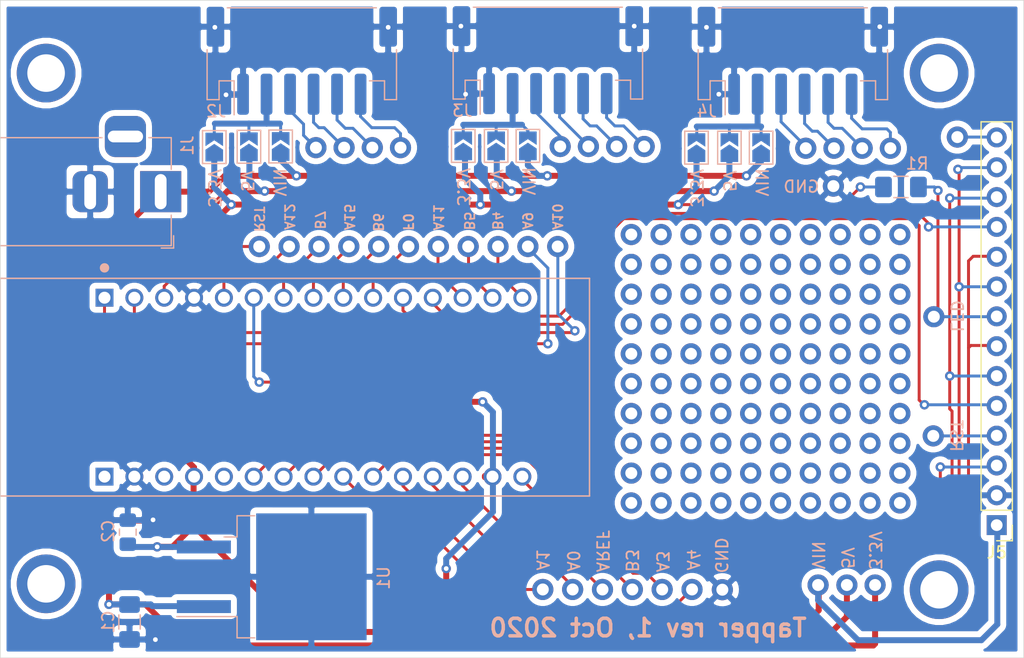
<source format=kicad_pcb>
(kicad_pcb (version 20171130) (host pcbnew 5.1.5+dfsg1-2build2)
  (layers (0 F.Cu signal) (31 B.Cu signal hide) (34 B.Paste user) (35 F.Paste user) (36 B.SilkS user) (37 F.SilkS user) (38 B.Mask user) (39 F.Mask user) (44 Edge.Cuts user))
  (net 0 "")
  (net 1 "Net-(A1-Pad4.5)")
  (net 2 "Net-(A1-Pad4.3)")
  (net 3 "Net-(A1-Pad4.1)")
  (net 4 "Net-(J2-Pad5)")
  (net 5 "Net-(J2-Pad4)")
  (net 6 "Net-(J2-Pad3)")
  (net 7 "Net-(J2-Pad2)")
  (net 8 "Net-(J3-Pad5)")
  (net 9 "Net-(J3-Pad4)")
  (net 10 "Net-(J3-Pad3)")
  (net 11 "Net-(J3-Pad2)")
  (net 12 "Net-(J4-Pad5)")
  (net 13 "Net-(J4-Pad4)")
  (net 14 "Net-(J4-Pad3)")
  (net 15 "Net-(J4-Pad2)")
  (net 16 "Net-(J2-Pad6)")
  (net 17 "Net-(J3-Pad6)")
  (net 18 "Net-(J4-Pad6)")
  (net 19 /B3)
  (net 20 /B4)
  (net 21 /B5)
  (net 22 /AREF)
  (net 23 /A11)
  (net 24 /A0)
  (net 25 /A1)
  (net 26 /A3)
  (net 27 /F0)
  (net 28 /A4)
  (net 29 /B6)
  (net 30 /A15)
  (net 31 /B7)
  (net 32 /A12)
  (net 33 /RSTn)
  (net 34 /A10)
  (net 35 /A9)
  (net 36 +3V3)
  (net 37 +5V)
  (net 38 GND)
  (net 39 VIN)
  (net 40 /TOUCH_CS)
  (net 41 /DISP_DC)
  (net 42 /DISP_SCK)
  (net 43 /DISP_MISO)
  (net 44 /DISP_MOSI)
  (net 45 /DISP_CS)
  (net 46 /TOUCH_IRQ)
  (net 47 /DISP_LED)
  (net 48 /DISP_RST)
  (module TapperFootprints:SpacerPad (layer F.Cu) (at 225.5 94)
    (fp_text reference H4 hide)
    (fp_text value MountingHole)
    (pad 1 thru_hole circle (at 0 0) (size 5 5) (drill 3.2) (layers *.Cu *.Mask))
  )
  (module TapperFootprints:SpacerPad (layer F.Cu) (at 149.5 93.5)
    (fp_text reference H3 hide)
    (fp_text value MountingHole)
    (pad 1 thru_hole circle (at 0 0) (size 5 5) (drill 3.2) (layers *.Cu *.Mask))
  )
  (module TapperFootprints:SpacerPad (layer F.Cu) (at 225.5 50)
    (fp_text reference H2 hide)
    (fp_text value MountingHole)
    (pad 1 thru_hole circle (at 0 0) (size 5 5) (drill 3.2) (layers *.Cu *.Mask))
  )
  (module TapperFootprints:SpacerPad (layer F.Cu) (at 149.5 50)
    (fp_text reference H1 hide)
    (fp_text value MountingHole)
    (pad 1 thru_hole circle (at 0 0) (size 5 5) (drill 3.2) (layers *.Cu *.Mask))
  )
  (module TapperFootprints:MODULE_NUCLEO-32 (layer B.Cu) (at 172.25 76.75 270)
    (fp_text reference A1 hide)
    (fp_text value NUCLEO-G431KB)
    (pad 4.15 thru_hole circle (at 7.62 -17.78 270) (size 1.53 1.53) (drill 1.02) (layers *.Cu *.Mask) (net 19 /B3))
    (pad 3.15 thru_hole circle (at -7.62 -17.78 270) (size 1.53 1.53) (drill 1.02) (layers *.Cu *.Mask) (net 20 /B4))
    (pad 4.14 thru_hole circle (at 7.62 -15.24 270) (size 1.53 1.53) (drill 1.02) (layers *.Cu *.Mask) (net 36 +3V3))
    (pad 3.14 thru_hole circle (at -7.62 -15.24 270) (size 1.53 1.53) (drill 1.02) (layers *.Cu *.Mask) (net 21 /B5))
    (pad 4.13 thru_hole circle (at 7.62 -12.7 270) (size 1.53 1.53) (drill 1.02) (layers *.Cu *.Mask) (net 22 /AREF))
    (pad 3.13 thru_hole circle (at -7.62 -12.7 270) (size 1.53 1.53) (drill 1.02) (layers *.Cu *.Mask) (net 23 /A11))
    (pad 4.12 thru_hole circle (at 7.62 -10.16 270) (size 1.53 1.53) (drill 1.02) (layers *.Cu *.Mask) (net 24 /A0))
    (pad 3.12 thru_hole circle (at -7.62 -10.16 270) (size 1.53 1.53) (drill 1.02) (layers *.Cu *.Mask) (net 40 /TOUCH_CS))
    (pad 4.11 thru_hole circle (at 7.62 -7.62 270) (size 1.53 1.53) (drill 1.02) (layers *.Cu *.Mask) (net 25 /A1))
    (pad 3.11 thru_hole circle (at -7.62 -7.62 270) (size 1.53 1.53) (drill 1.02) (layers *.Cu *.Mask) (net 41 /DISP_DC))
    (pad 4.10 thru_hole circle (at 7.62 -5.08 270) (size 1.53 1.53) (drill 1.02) (layers *.Cu *.Mask) (net 26 /A3))
    (pad 3.10 thru_hole circle (at -7.62 -5.08 270) (size 1.53 1.53) (drill 1.02) (layers *.Cu *.Mask) (net 27 /F0))
    (pad 4.9 thru_hole circle (at 7.62 -2.54 270) (size 1.53 1.53) (drill 1.02) (layers *.Cu *.Mask) (net 28 /A4))
    (pad 3.9 thru_hole circle (at -7.62 -2.54 270) (size 1.53 1.53) (drill 1.02) (layers *.Cu *.Mask) (net 29 /B6))
    (pad 4.8 thru_hole circle (at 7.62 0 270) (size 1.53 1.53) (drill 1.02) (layers *.Cu *.Mask) (net 42 /DISP_SCK))
    (pad 3.8 thru_hole circle (at -7.62 0 270) (size 1.53 1.53) (drill 1.02) (layers *.Cu *.Mask) (net 30 /A15))
    (pad 4.7 thru_hole circle (at 7.62 2.54 270) (size 1.53 1.53) (drill 1.02) (layers *.Cu *.Mask) (net 43 /DISP_MISO))
    (pad 3.7 thru_hole circle (at -7.62 2.54 270) (size 1.53 1.53) (drill 1.02) (layers *.Cu *.Mask) (net 31 /B7))
    (pad 4.6 thru_hole circle (at 7.62 5.08 270) (size 1.53 1.53) (drill 1.02) (layers *.Cu *.Mask) (net 44 /DISP_MOSI))
    (pad 3.6 thru_hole circle (at -7.62 5.08 270) (size 1.53 1.53) (drill 1.02) (layers *.Cu *.Mask) (net 45 /DISP_CS))
    (pad 4.5 thru_hole circle (at 7.62 7.62 270) (size 1.53 1.53) (drill 1.02) (layers *.Cu *.Mask) (net 1 "Net-(A1-Pad4.5)"))
    (pad 3.5 thru_hole circle (at -7.62 7.62 270) (size 1.53 1.53) (drill 1.02) (layers *.Cu *.Mask) (net 32 /A12))
    (pad 4.4 thru_hole circle (at 7.62 10.16 270) (size 1.53 1.53) (drill 1.02) (layers *.Cu *.Mask) (net 37 +5V))
    (pad 3.4 thru_hole circle (at -7.62 10.16 270) (size 1.53 1.53) (drill 1.02) (layers *.Cu *.Mask) (net 38 GND))
    (pad 4.3 thru_hole circle (at 7.62 12.7 270) (size 1.53 1.53) (drill 1.02) (layers *.Cu *.Mask) (net 2 "Net-(A1-Pad4.3)"))
    (pad 3.3 thru_hole circle (at -7.62 12.7 270) (size 1.53 1.53) (drill 1.02) (layers *.Cu *.Mask) (net 33 /RSTn))
    (pad 4.2 thru_hole circle (at 7.62 15.24 270) (size 1.53 1.53) (drill 1.02) (layers *.Cu *.Mask) (net 38 GND))
    (pad 3.2 thru_hole circle (at -7.62 15.24 270) (size 1.53 1.53) (drill 1.02) (layers *.Cu *.Mask) (net 34 /A10))
    (pad 4.1 thru_hole rect (at 7.62 17.78 270) (size 1.53 1.53) (drill 1.02) (layers *.Cu *.Mask) (net 3 "Net-(A1-Pad4.1)"))
    (pad 3.1 thru_hole rect (at -7.62 17.78 270) (size 1.53 1.53) (drill 1.02) (layers *.Cu *.Mask) (net 35 /A9))
  )
  (module TapperFootprints:ProtoArray_10x10_2.54mm (layer F.Cu) (at 199.3 63.75)
    (fp_text reference H5 hide)
    (fp_text value PadArray)
    (pad 100 thru_hole circle (at 22.86 22.86) (size 1.8 1.8) (drill 1.02) (layers *.Cu *.Mask))
    (pad 99 thru_hole circle (at 20.32 22.86) (size 1.8 1.8) (drill 1.02) (layers *.Cu *.Mask))
    (pad 98 thru_hole circle (at 17.78 22.86) (size 1.8 1.8) (drill 1.02) (layers *.Cu *.Mask))
    (pad 97 thru_hole circle (at 15.24 22.86) (size 1.8 1.8) (drill 1.02) (layers *.Cu *.Mask))
    (pad 96 thru_hole circle (at 12.7 22.86) (size 1.8 1.8) (drill 1.02) (layers *.Cu *.Mask))
    (pad 95 thru_hole circle (at 10.16 22.86) (size 1.8 1.8) (drill 1.02) (layers *.Cu *.Mask))
    (pad 94 thru_hole circle (at 7.62 22.86) (size 1.8 1.8) (drill 1.02) (layers *.Cu *.Mask))
    (pad 93 thru_hole circle (at 5.08 22.86) (size 1.8 1.8) (drill 1.02) (layers *.Cu *.Mask))
    (pad 92 thru_hole circle (at 2.54 22.86) (size 1.8 1.8) (drill 1.02) (layers *.Cu *.Mask))
    (pad 91 thru_hole circle (at 0 22.86) (size 1.8 1.8) (drill 1.02) (layers *.Cu *.Mask))
    (pad 90 thru_hole circle (at 22.86 20.32) (size 1.8 1.8) (drill 1.02) (layers *.Cu *.Mask))
    (pad 89 thru_hole circle (at 20.32 20.32) (size 1.8 1.8) (drill 1.02) (layers *.Cu *.Mask))
    (pad 88 thru_hole circle (at 17.78 20.32) (size 1.8 1.8) (drill 1.02) (layers *.Cu *.Mask))
    (pad 87 thru_hole circle (at 15.24 20.32) (size 1.8 1.8) (drill 1.02) (layers *.Cu *.Mask))
    (pad 86 thru_hole circle (at 12.7 20.32) (size 1.8 1.8) (drill 1.02) (layers *.Cu *.Mask))
    (pad 85 thru_hole circle (at 10.16 20.32) (size 1.8 1.8) (drill 1.02) (layers *.Cu *.Mask))
    (pad 84 thru_hole circle (at 7.62 20.32) (size 1.8 1.8) (drill 1.02) (layers *.Cu *.Mask))
    (pad 83 thru_hole circle (at 5.08 20.32) (size 1.8 1.8) (drill 1.02) (layers *.Cu *.Mask))
    (pad 82 thru_hole circle (at 2.54 20.32) (size 1.8 1.8) (drill 1.02) (layers *.Cu *.Mask))
    (pad 81 thru_hole circle (at 0 20.32) (size 1.8 1.8) (drill 1.02) (layers *.Cu *.Mask))
    (pad 80 thru_hole circle (at 22.86 17.78) (size 1.8 1.8) (drill 1.02) (layers *.Cu *.Mask))
    (pad 79 thru_hole circle (at 20.32 17.78) (size 1.8 1.8) (drill 1.02) (layers *.Cu *.Mask))
    (pad 78 thru_hole circle (at 17.78 17.78) (size 1.8 1.8) (drill 1.02) (layers *.Cu *.Mask))
    (pad 77 thru_hole circle (at 15.24 17.78) (size 1.8 1.8) (drill 1.02) (layers *.Cu *.Mask))
    (pad 76 thru_hole circle (at 12.7 17.78) (size 1.8 1.8) (drill 1.02) (layers *.Cu *.Mask))
    (pad 75 thru_hole circle (at 10.16 17.78) (size 1.8 1.8) (drill 1.02) (layers *.Cu *.Mask))
    (pad 74 thru_hole circle (at 7.62 17.78) (size 1.8 1.8) (drill 1.02) (layers *.Cu *.Mask))
    (pad 73 thru_hole circle (at 5.08 17.78) (size 1.8 1.8) (drill 1.02) (layers *.Cu *.Mask))
    (pad 72 thru_hole circle (at 2.54 17.78) (size 1.8 1.8) (drill 1.02) (layers *.Cu *.Mask))
    (pad 71 thru_hole circle (at 0 17.78) (size 1.8 1.8) (drill 1.02) (layers *.Cu *.Mask))
    (pad 70 thru_hole circle (at 22.86 15.24) (size 1.8 1.8) (drill 1.02) (layers *.Cu *.Mask))
    (pad 69 thru_hole circle (at 20.32 15.24) (size 1.8 1.8) (drill 1.02) (layers *.Cu *.Mask))
    (pad 68 thru_hole circle (at 17.78 15.24) (size 1.8 1.8) (drill 1.02) (layers *.Cu *.Mask))
    (pad 67 thru_hole circle (at 15.24 15.24) (size 1.8 1.8) (drill 1.02) (layers *.Cu *.Mask))
    (pad 66 thru_hole circle (at 12.7 15.24) (size 1.8 1.8) (drill 1.02) (layers *.Cu *.Mask))
    (pad 65 thru_hole circle (at 10.16 15.24) (size 1.8 1.8) (drill 1.02) (layers *.Cu *.Mask))
    (pad 64 thru_hole circle (at 7.62 15.24) (size 1.8 1.8) (drill 1.02) (layers *.Cu *.Mask))
    (pad 63 thru_hole circle (at 5.08 15.24) (size 1.8 1.8) (drill 1.02) (layers *.Cu *.Mask))
    (pad 62 thru_hole circle (at 2.54 15.24) (size 1.8 1.8) (drill 1.02) (layers *.Cu *.Mask))
    (pad 61 thru_hole circle (at 0 15.24) (size 1.8 1.8) (drill 1.02) (layers *.Cu *.Mask))
    (pad 60 thru_hole circle (at 22.86 12.7) (size 1.8 1.8) (drill 1.02) (layers *.Cu *.Mask))
    (pad 59 thru_hole circle (at 20.32 12.7) (size 1.8 1.8) (drill 1.02) (layers *.Cu *.Mask))
    (pad 58 thru_hole circle (at 17.78 12.7) (size 1.8 1.8) (drill 1.02) (layers *.Cu *.Mask))
    (pad 57 thru_hole circle (at 15.24 12.7) (size 1.8 1.8) (drill 1.02) (layers *.Cu *.Mask))
    (pad 56 thru_hole circle (at 12.7 12.7) (size 1.8 1.8) (drill 1.02) (layers *.Cu *.Mask))
    (pad 55 thru_hole circle (at 10.16 12.7) (size 1.8 1.8) (drill 1.02) (layers *.Cu *.Mask))
    (pad 54 thru_hole circle (at 7.62 12.7) (size 1.8 1.8) (drill 1.02) (layers *.Cu *.Mask))
    (pad 53 thru_hole circle (at 5.08 12.7) (size 1.8 1.8) (drill 1.02) (layers *.Cu *.Mask))
    (pad 52 thru_hole circle (at 2.54 12.7) (size 1.8 1.8) (drill 1.02) (layers *.Cu *.Mask))
    (pad 51 thru_hole circle (at 0 12.7) (size 1.8 1.8) (drill 1.02) (layers *.Cu *.Mask))
    (pad 50 thru_hole circle (at 22.86 10.16) (size 1.8 1.8) (drill 1.02) (layers *.Cu *.Mask))
    (pad 49 thru_hole circle (at 20.32 10.16) (size 1.8 1.8) (drill 1.02) (layers *.Cu *.Mask))
    (pad 48 thru_hole circle (at 17.78 10.16) (size 1.8 1.8) (drill 1.02) (layers *.Cu *.Mask))
    (pad 47 thru_hole circle (at 15.24 10.16) (size 1.8 1.8) (drill 1.02) (layers *.Cu *.Mask))
    (pad 46 thru_hole circle (at 12.7 10.16) (size 1.8 1.8) (drill 1.02) (layers *.Cu *.Mask))
    (pad 45 thru_hole circle (at 10.16 10.16) (size 1.8 1.8) (drill 1.02) (layers *.Cu *.Mask))
    (pad 44 thru_hole circle (at 7.62 10.16) (size 1.8 1.8) (drill 1.02) (layers *.Cu *.Mask))
    (pad 43 thru_hole circle (at 5.08 10.16) (size 1.8 1.8) (drill 1.02) (layers *.Cu *.Mask))
    (pad 42 thru_hole circle (at 2.54 10.16) (size 1.8 1.8) (drill 1.02) (layers *.Cu *.Mask))
    (pad 41 thru_hole circle (at 0 10.16) (size 1.8 1.8) (drill 1.02) (layers *.Cu *.Mask))
    (pad 40 thru_hole circle (at 22.86 7.62) (size 1.8 1.8) (drill 1.02) (layers *.Cu *.Mask))
    (pad 39 thru_hole circle (at 20.32 7.62) (size 1.8 1.8) (drill 1.02) (layers *.Cu *.Mask))
    (pad 38 thru_hole circle (at 17.78 7.62) (size 1.8 1.8) (drill 1.02) (layers *.Cu *.Mask))
    (pad 37 thru_hole circle (at 15.24 7.62) (size 1.8 1.8) (drill 1.02) (layers *.Cu *.Mask))
    (pad 36 thru_hole circle (at 12.7 7.62) (size 1.8 1.8) (drill 1.02) (layers *.Cu *.Mask))
    (pad 35 thru_hole circle (at 10.16 7.62) (size 1.8 1.8) (drill 1.02) (layers *.Cu *.Mask))
    (pad 34 thru_hole circle (at 7.62 7.62) (size 1.8 1.8) (drill 1.02) (layers *.Cu *.Mask))
    (pad 33 thru_hole circle (at 5.08 7.62) (size 1.8 1.8) (drill 1.02) (layers *.Cu *.Mask))
    (pad 32 thru_hole circle (at 2.54 7.62) (size 1.8 1.8) (drill 1.02) (layers *.Cu *.Mask))
    (pad 31 thru_hole circle (at 0 7.62) (size 1.8 1.8) (drill 1.02) (layers *.Cu *.Mask))
    (pad 30 thru_hole circle (at 22.86 5.08) (size 1.8 1.8) (drill 1.02) (layers *.Cu *.Mask))
    (pad 29 thru_hole circle (at 20.32 5.08) (size 1.8 1.8) (drill 1.02) (layers *.Cu *.Mask))
    (pad 28 thru_hole circle (at 17.78 5.08) (size 1.8 1.8) (drill 1.02) (layers *.Cu *.Mask))
    (pad 27 thru_hole circle (at 15.24 5.08) (size 1.8 1.8) (drill 1.02) (layers *.Cu *.Mask))
    (pad 26 thru_hole circle (at 12.7 5.08) (size 1.8 1.8) (drill 1.02) (layers *.Cu *.Mask))
    (pad 25 thru_hole circle (at 10.16 5.08) (size 1.8 1.8) (drill 1.02) (layers *.Cu *.Mask))
    (pad 24 thru_hole circle (at 7.62 5.08) (size 1.8 1.8) (drill 1.02) (layers *.Cu *.Mask))
    (pad 23 thru_hole circle (at 5.08 5.08) (size 1.8 1.8) (drill 1.02) (layers *.Cu *.Mask))
    (pad 22 thru_hole circle (at 2.54 5.08) (size 1.8 1.8) (drill 1.02) (layers *.Cu *.Mask))
    (pad 21 thru_hole circle (at 0 5.08) (size 1.8 1.8) (drill 1.02) (layers *.Cu *.Mask))
    (pad 20 thru_hole circle (at 22.86 2.54) (size 1.8 1.8) (drill 1.02) (layers *.Cu *.Mask))
    (pad 19 thru_hole circle (at 20.32 2.54) (size 1.8 1.8) (drill 1.02) (layers *.Cu *.Mask))
    (pad 18 thru_hole circle (at 17.78 2.54) (size 1.8 1.8) (drill 1.02) (layers *.Cu *.Mask))
    (pad 17 thru_hole circle (at 15.24 2.54) (size 1.8 1.8) (drill 1.02) (layers *.Cu *.Mask))
    (pad 16 thru_hole circle (at 12.7 2.54) (size 1.8 1.8) (drill 1.02) (layers *.Cu *.Mask))
    (pad 15 thru_hole circle (at 10.16 2.54) (size 1.8 1.8) (drill 1.02) (layers *.Cu *.Mask))
    (pad 14 thru_hole circle (at 7.62 2.54) (size 1.8 1.8) (drill 1.02) (layers *.Cu *.Mask))
    (pad 13 thru_hole circle (at 5.08 2.54) (size 1.8 1.8) (drill 1.02) (layers *.Cu *.Mask))
    (pad 12 thru_hole circle (at 2.54 2.54) (size 1.8 1.8) (drill 1.02) (layers *.Cu *.Mask))
    (pad 11 thru_hole circle (at 0 2.54) (size 1.8 1.8) (drill 1.02) (layers *.Cu *.Mask))
    (pad 10 thru_hole circle (at 22.86 0) (size 1.8 1.8) (drill 1.02) (layers *.Cu *.Mask))
    (pad 9 thru_hole circle (at 20.32 0) (size 1.8 1.8) (drill 1.02) (layers *.Cu *.Mask))
    (pad 8 thru_hole circle (at 17.78 0) (size 1.8 1.8) (drill 1.02) (layers *.Cu *.Mask))
    (pad 7 thru_hole circle (at 15.24 0) (size 1.8 1.8) (drill 1.02) (layers *.Cu *.Mask))
    (pad 6 thru_hole circle (at 12.7 0) (size 1.8 1.8) (drill 1.02) (layers *.Cu *.Mask))
    (pad 5 thru_hole circle (at 10.16 0) (size 1.8 1.8) (drill 1.02) (layers *.Cu *.Mask))
    (pad 4 thru_hole circle (at 7.62 0) (size 1.8 1.8) (drill 1.02) (layers *.Cu *.Mask))
    (pad 3 thru_hole circle (at 5.08 0) (size 1.8 1.8) (drill 1.02) (layers *.Cu *.Mask))
    (pad 2 thru_hole circle (at 2.54 0) (size 1.8 1.8) (drill 1.02) (layers *.Cu *.Mask))
    (pad 1 thru_hole circle (at 0 0) (size 1.8 1.8) (drill 1.02) (layers *.Cu *.Mask))
  )
  (module TapperFootprints:SolderPoint (layer F.Cu) (at 227.05 55.45)
    (fp_text reference TP11 hide)
    (fp_text value TP)
    (pad 1 thru_hole circle (at 0 0) (size 1.8 1.8) (drill 1.02) (layers *.Cu *.Mask) (net 46 /TOUCH_IRQ))
  )
  (module TapperFootprints:SolderPoint (layer F.Cu) (at 225 80.9)
    (fp_text reference TP10 hide)
    (fp_text value TP)
    (pad 1 thru_hole circle (at 0 0) (size 1.8 1.8) (drill 1.02) (layers *.Cu *.Mask) (net 48 /DISP_RST))
  )
  (module TapperFootprints:SolderPoint (layer F.Cu) (at 225.05 70.75)
    (fp_text reference TP5 hide)
    (fp_text value TP)
    (pad 1 thru_hole circle (at 0 0) (size 1.8 1.8) (drill 1.02) (layers *.Cu *.Mask) (net 47 /DISP_LED))
  )
  (module Resistor_SMD:R_1206_3216Metric_Pad1.42x1.75mm_HandSolder (layer B.Cu) (at 222.25 59.7)
    (fp_text reference R1 (at 1.375 -2) (layer B.SilkS) (effects (justify mirror)))
    (fp_text value 10k)
    (pad 2 smd roundrect (at 1.4875 0) (size 1.425 1.75) (layers B.Cu B.Paste B.Mask) (roundrect_rratio 0.175439) (net 47 /DISP_LED))
    (pad 1 smd roundrect (at -1.4875 0) (size 1.425 1.75) (layers B.Cu B.Paste B.Mask) (roundrect_rratio 0.175439) (net 36 +3V3))
  )
  (module Connector_PinHeader_2.54mm:PinHeader_1x14_P2.54mm_Vertical (layer F.Cu) (at 230.4 88.5 180)
    (fp_text reference J5 (at 0 -2.33) (layer F.SilkS))
    (fp_text value Conn_01x14)
    (pad 14 thru_hole oval (at 0 33.02 180) (size 1.7 1.7) (drill 1) (layers *.Cu *.Mask) (net 46 /TOUCH_IRQ))
    (pad 13 thru_hole oval (at 0 30.48 180) (size 1.7 1.7) (drill 1) (layers *.Cu *.Mask) (net 43 /DISP_MISO))
    (pad 12 thru_hole oval (at 0 27.94 180) (size 1.7 1.7) (drill 1) (layers *.Cu *.Mask) (net 44 /DISP_MOSI))
    (pad 11 thru_hole oval (at 0 25.4 180) (size 1.7 1.7) (drill 1) (layers *.Cu *.Mask) (net 40 /TOUCH_CS))
    (pad 10 thru_hole oval (at 0 22.86 180) (size 1.7 1.7) (drill 1) (layers *.Cu *.Mask) (net 42 /DISP_SCK))
    (pad 9 thru_hole oval (at 0 20.32 180) (size 1.7 1.7) (drill 1) (layers *.Cu *.Mask) (net 43 /DISP_MISO))
    (pad 8 thru_hole oval (at 0 17.78 180) (size 1.7 1.7) (drill 1) (layers *.Cu *.Mask) (net 47 /DISP_LED))
    (pad 7 thru_hole oval (at 0 15.24 180) (size 1.7 1.7) (drill 1) (layers *.Cu *.Mask) (net 42 /DISP_SCK))
    (pad 6 thru_hole oval (at 0 12.7 180) (size 1.7 1.7) (drill 1) (layers *.Cu *.Mask) (net 44 /DISP_MOSI))
    (pad 5 thru_hole oval (at 0 10.16 180) (size 1.7 1.7) (drill 1) (layers *.Cu *.Mask) (net 41 /DISP_DC))
    (pad 4 thru_hole oval (at 0 7.62 180) (size 1.7 1.7) (drill 1) (layers *.Cu *.Mask) (net 48 /DISP_RST))
    (pad 3 thru_hole oval (at 0 5.08 180) (size 1.7 1.7) (drill 1) (layers *.Cu *.Mask) (net 45 /DISP_CS))
    (pad 2 thru_hole oval (at 0 2.54 180) (size 1.7 1.7) (drill 1) (layers *.Cu *.Mask) (net 38 GND))
    (pad 1 thru_hole rect (at 0 0 180) (size 1.7 1.7) (drill 1) (layers *.Cu *.Mask) (net 36 +3V3))
  )
  (module Jumper:SolderJumper-2_P1.3mm_Open_TrianglePad1.0x1.5mm (layer B.Cu) (at 204.85 56.35 90)
    (fp_text reference JP3 hide)
    (fp_text value SolderJumper_2_Bridged)
    (pad 1 smd custom (at -0.725 0 90) (size 0.3 0.3) (layers B.Cu B.Mask) (net 36 +3V3) (options (clearance outline) (anchor rect)) (primitives (gr_poly (pts (xy -0.5 0.75) (xy 0.5 0.75) (xy 1 0) (xy 0.5 -0.75) (xy -0.5 -0.75)) (width 0))))
    (pad 2 smd custom (at 0.725 0 90) (size 0.3 0.3) (layers B.Cu B.Mask) (net 15 "Net-(J4-Pad2)") (options (clearance outline) (anchor rect)) (primitives (gr_poly (pts (xy -0.65 0.75) (xy 0.5 0.75) (xy 0.5 -0.75) (xy -0.65 -0.75) (xy -0.15 0)) (width 0))))
  )
  (module Jumper:SolderJumper-2_P1.3mm_Open_TrianglePad1.0x1.5mm (layer B.Cu) (at 207.65 56.35 90)
    (fp_text reference JP6 hide)
    (fp_text value SolderJumper_2_Bridged)
    (pad 1 smd custom (at -0.725 0 90) (size 0.3 0.3) (layers B.Cu B.Mask) (net 37 +5V) (options (clearance outline) (anchor rect)) (primitives (gr_poly (pts (xy -0.5 0.75) (xy 0.5 0.75) (xy 1 0) (xy 0.5 -0.75) (xy -0.5 -0.75)) (width 0))))
    (pad 2 smd custom (at 0.725 0 90) (size 0.3 0.3) (layers B.Cu B.Mask) (net 15 "Net-(J4-Pad2)") (options (clearance outline) (anchor rect)) (primitives (gr_poly (pts (xy -0.65 0.75) (xy 0.5 0.75) (xy 0.5 -0.75) (xy -0.65 -0.75) (xy -0.15 0)) (width 0))))
  )
  (module Jumper:SolderJumper-2_P1.3mm_Open_TrianglePad1.0x1.5mm (layer B.Cu) (at 210.35 56.35 90)
    (fp_text reference JP9 hide)
    (fp_text value SolderJumper_2_Bridged)
    (pad 1 smd custom (at -0.725 0 90) (size 0.3 0.3) (layers B.Cu B.Mask) (net 39 VIN) (options (clearance outline) (anchor rect)) (primitives (gr_poly (pts (xy -0.5 0.75) (xy 0.5 0.75) (xy 1 0) (xy 0.5 -0.75) (xy -0.5 -0.75)) (width 0))))
    (pad 2 smd custom (at 0.725 0 90) (size 0.3 0.3) (layers B.Cu B.Mask) (net 15 "Net-(J4-Pad2)") (options (clearance outline) (anchor rect)) (primitives (gr_poly (pts (xy -0.65 0.75) (xy 0.5 0.75) (xy 0.5 -0.75) (xy -0.65 -0.75) (xy -0.15 0)) (width 0))))
  )
  (module TapperFootprints:SolderPoint (layer F.Cu) (at 220.05 93.6)
    (fp_text reference TP40 hide)
    (fp_text value TP)
    (pad 1 thru_hole circle (at 0 0) (size 1.8 1.8) (drill 1.02) (layers *.Cu *.Mask) (net 39 VIN))
  )
  (module TapperFootprints:SolderPoint (layer F.Cu) (at 217.65 93.6)
    (fp_text reference TP39 hide)
    (fp_text value TP)
    (pad 1 thru_hole circle (at 0 0) (size 1.8 1.8) (drill 1.02) (layers *.Cu *.Mask) (net 37 +5V))
  )
  (module TapperFootprints:SolderPoint (layer F.Cu) (at 215.2 93.6)
    (fp_text reference TP38 hide)
    (fp_text value TP)
    (pad 1 thru_hole circle (at 0 0) (size 1.8 1.8) (drill 1.02) (layers *.Cu *.Mask) (net 36 +3V3))
  )
  (module TapperFootprints:SolderPoint (layer F.Cu) (at 207.05 94)
    (fp_text reference TP16 hide)
    (fp_text value TP)
    (pad 1 thru_hole circle (at 0 0) (size 1.8 1.8) (drill 1.02) (layers *.Cu *.Mask) (net 38 GND))
  )
  (module TapperFootprints:SolderPoint (layer F.Cu) (at 216.5 59.625)
    (fp_text reference TP15 hide)
    (fp_text value TP)
    (pad 1 thru_hole circle (at 0 0) (size 1.8 1.8) (drill 1.02) (layers *.Cu *.Mask) (net 38 GND))
  )
  (module Jumper:SolderJumper-2_P1.3mm_Open_TrianglePad1.0x1.5mm (layer B.Cu) (at 190.5 56.2 90)
    (fp_text reference JP8 hide)
    (fp_text value SolderJumper_2_Bridged)
    (pad 1 smd custom (at -0.725 0 90) (size 0.3 0.3) (layers B.Cu B.Mask) (net 39 VIN) (options (clearance outline) (anchor rect)) (primitives (gr_poly (pts (xy -0.5 0.75) (xy 0.5 0.75) (xy 1 0) (xy 0.5 -0.75) (xy -0.5 -0.75)) (width 0))))
    (pad 2 smd custom (at 0.725 0 90) (size 0.3 0.3) (layers B.Cu B.Mask) (net 11 "Net-(J3-Pad2)") (options (clearance outline) (anchor rect)) (primitives (gr_poly (pts (xy -0.65 0.75) (xy 0.5 0.75) (xy 0.5 -0.75) (xy -0.65 -0.75) (xy -0.15 0)) (width 0))))
  )
  (module Jumper:SolderJumper-2_P1.3mm_Open_TrianglePad1.0x1.5mm (layer B.Cu) (at 169.46 56.25 90)
    (fp_text reference JP7 hide)
    (fp_text value SolderJumper_2_Bridged)
    (pad 1 smd custom (at -0.725 0 90) (size 0.3 0.3) (layers B.Cu B.Mask) (net 39 VIN) (options (clearance outline) (anchor rect)) (primitives (gr_poly (pts (xy -0.5 0.75) (xy 0.5 0.75) (xy 1 0) (xy 0.5 -0.75) (xy -0.5 -0.75)) (width 0))))
    (pad 2 smd custom (at 0.725 0 90) (size 0.3 0.3) (layers B.Cu B.Mask) (net 7 "Net-(J2-Pad2)") (options (clearance outline) (anchor rect)) (primitives (gr_poly (pts (xy -0.65 0.75) (xy 0.5 0.75) (xy 0.5 -0.75) (xy -0.65 -0.75) (xy -0.15 0)) (width 0))))
  )
  (module Jumper:SolderJumper-2_P1.3mm_Open_TrianglePad1.0x1.5mm (layer B.Cu) (at 187.8 56.2 90)
    (fp_text reference JP5 hide)
    (fp_text value SolderJumper_2_Bridged)
    (pad 1 smd custom (at -0.725 0 90) (size 0.3 0.3) (layers B.Cu B.Mask) (net 37 +5V) (options (clearance outline) (anchor rect)) (primitives (gr_poly (pts (xy -0.5 0.75) (xy 0.5 0.75) (xy 1 0) (xy 0.5 -0.75) (xy -0.5 -0.75)) (width 0))))
    (pad 2 smd custom (at 0.725 0 90) (size 0.3 0.3) (layers B.Cu B.Mask) (net 11 "Net-(J3-Pad2)") (options (clearance outline) (anchor rect)) (primitives (gr_poly (pts (xy -0.65 0.75) (xy 0.5 0.75) (xy 0.5 -0.75) (xy -0.65 -0.75) (xy -0.15 0)) (width 0))))
  )
  (module Jumper:SolderJumper-2_P1.3mm_Open_TrianglePad1.0x1.5mm (layer B.Cu) (at 166.76 56.275 90)
    (fp_text reference JP4 hide)
    (fp_text value SolderJumper_2_Bridged)
    (pad 1 smd custom (at -0.725 0 90) (size 0.3 0.3) (layers B.Cu B.Mask) (net 37 +5V) (options (clearance outline) (anchor rect)) (primitives (gr_poly (pts (xy -0.5 0.75) (xy 0.5 0.75) (xy 1 0) (xy 0.5 -0.75) (xy -0.5 -0.75)) (width 0))))
    (pad 2 smd custom (at 0.725 0 90) (size 0.3 0.3) (layers B.Cu B.Mask) (net 7 "Net-(J2-Pad2)") (options (clearance outline) (anchor rect)) (primitives (gr_poly (pts (xy -0.65 0.75) (xy 0.5 0.75) (xy 0.5 -0.75) (xy -0.65 -0.75) (xy -0.15 0)) (width 0))))
  )
  (module Jumper:SolderJumper-2_P1.3mm_Open_TrianglePad1.0x1.5mm (layer B.Cu) (at 185 56.2 90)
    (fp_text reference JP2 hide)
    (fp_text value SolderJumper_2_Bridged)
    (pad 1 smd custom (at -0.725 0 90) (size 0.3 0.3) (layers B.Cu B.Mask) (net 36 +3V3) (options (clearance outline) (anchor rect)) (primitives (gr_poly (pts (xy -0.5 0.75) (xy 0.5 0.75) (xy 1 0) (xy 0.5 -0.75) (xy -0.5 -0.75)) (width 0))))
    (pad 2 smd custom (at 0.725 0 90) (size 0.3 0.3) (layers B.Cu B.Mask) (net 11 "Net-(J3-Pad2)") (options (clearance outline) (anchor rect)) (primitives (gr_poly (pts (xy -0.65 0.75) (xy 0.5 0.75) (xy 0.5 -0.75) (xy -0.65 -0.75) (xy -0.15 0)) (width 0))))
  )
  (module Jumper:SolderJumper-2_P1.3mm_Open_TrianglePad1.0x1.5mm (layer B.Cu) (at 163.81 56.3 90)
    (fp_text reference JP1 hide)
    (fp_text value SolderJumper_2_Bridged)
    (pad 1 smd custom (at -0.725 0 90) (size 0.3 0.3) (layers B.Cu B.Mask) (net 36 +3V3) (options (clearance outline) (anchor rect)) (primitives (gr_poly (pts (xy -0.5 0.75) (xy 0.5 0.75) (xy 1 0) (xy 0.5 -0.75) (xy -0.5 -0.75)) (width 0))))
    (pad 2 smd custom (at 0.725 0 90) (size 0.3 0.3) (layers B.Cu B.Mask) (net 7 "Net-(J2-Pad2)") (options (clearance outline) (anchor rect)) (primitives (gr_poly (pts (xy -0.65 0.75) (xy 0.5 0.75) (xy 0.5 -0.75) (xy -0.65 -0.75) (xy -0.15 0)) (width 0))))
  )
  (module TapperFootprints:SolderPoint (layer F.Cu) (at 221.35 56.4)
    (fp_text reference TP37 hide)
    (fp_text value TP)
    (pad 1 thru_hole circle (at 0 0) (size 1.8 1.8) (drill 1.02) (layers *.Cu *.Mask) (net 18 "Net-(J4-Pad6)"))
  )
  (module TapperFootprints:SolderPoint (layer F.Cu) (at 218.95 56.4)
    (fp_text reference TP36 hide)
    (fp_text value TP)
    (pad 1 thru_hole circle (at 0 0) (size 1.8 1.8) (drill 1.02) (layers *.Cu *.Mask) (net 12 "Net-(J4-Pad5)"))
  )
  (module TapperFootprints:SolderPoint (layer F.Cu) (at 216.55 56.4)
    (fp_text reference TP35 hide)
    (fp_text value TP)
    (pad 1 thru_hole circle (at 0 0) (size 1.8 1.8) (drill 1.02) (layers *.Cu *.Mask) (net 13 "Net-(J4-Pad4)"))
  )
  (module TapperFootprints:SolderPoint (layer F.Cu) (at 214.15 56.4)
    (fp_text reference TP34 hide)
    (fp_text value TP)
    (pad 1 thru_hole circle (at 0 0) (size 1.8 1.8) (drill 1.02) (layers *.Cu *.Mask) (net 14 "Net-(J4-Pad3)"))
  )
  (module TapperFootprints:SolderPoint (layer F.Cu) (at 200.4 56.25)
    (fp_text reference TP33 hide)
    (fp_text value TP)
    (pad 1 thru_hole circle (at 0 0) (size 1.8 1.8) (drill 1.02) (layers *.Cu *.Mask) (net 17 "Net-(J3-Pad6)"))
  )
  (module TapperFootprints:SolderPoint (layer F.Cu) (at 198.05 56.25)
    (fp_text reference TP32 hide)
    (fp_text value TP)
    (pad 1 thru_hole circle (at 0 0) (size 1.8 1.8) (drill 1.02) (layers *.Cu *.Mask) (net 8 "Net-(J3-Pad5)"))
  )
  (module TapperFootprints:SolderPoint (layer F.Cu) (at 195.65 56.25)
    (fp_text reference TP31 hide)
    (fp_text value TP)
    (pad 1 thru_hole circle (at 0 0) (size 1.8 1.8) (drill 1.02) (layers *.Cu *.Mask) (net 9 "Net-(J3-Pad4)"))
  )
  (module TapperFootprints:SolderPoint (layer F.Cu) (at 193.25 56.25)
    (fp_text reference TP30 hide)
    (fp_text value TP)
    (pad 1 thru_hole circle (at 0 0) (size 1.8 1.8) (drill 1.02) (layers *.Cu *.Mask) (net 10 "Net-(J3-Pad3)"))
  )
  (module TapperFootprints:SolderPoint (layer F.Cu) (at 179.66 56.35)
    (fp_text reference TP29 hide)
    (fp_text value TP)
    (pad 1 thru_hole circle (at 0 0) (size 1.8 1.8) (drill 1.02) (layers *.Cu *.Mask) (net 16 "Net-(J2-Pad6)"))
  )
  (module TapperFootprints:SolderPoint (layer F.Cu) (at 177.26 56.35)
    (fp_text reference TP28 hide)
    (fp_text value TP)
    (pad 1 thru_hole circle (at 0 0) (size 1.8 1.8) (drill 1.02) (layers *.Cu *.Mask) (net 4 "Net-(J2-Pad5)"))
  )
  (module TapperFootprints:SolderPoint (layer F.Cu) (at 174.86 56.35)
    (fp_text reference TP27 hide)
    (fp_text value TP)
    (pad 1 thru_hole circle (at 0 0) (size 1.8 1.8) (drill 1.02) (layers *.Cu *.Mask) (net 5 "Net-(J2-Pad4)"))
  )
  (module TapperFootprints:SolderPoint (layer F.Cu) (at 172.46 56.35)
    (fp_text reference TP26 hide)
    (fp_text value TP)
    (pad 1 thru_hole circle (at 0 0) (size 1.8 1.8) (drill 1.02) (layers *.Cu *.Mask) (net 6 "Net-(J2-Pad3)"))
  )
  (module TapperFootprints:SolderPoint (layer F.Cu) (at 199.39 93.98)
    (fp_text reference TP25 hide)
    (fp_text value TP)
    (pad 1 thru_hole circle (at 0 0) (size 1.8 1.8) (drill 1.02) (layers *.Cu *.Mask) (net 19 /B3))
  )
  (module TapperFootprints:SolderPoint (layer F.Cu) (at 196.85 93.98)
    (fp_text reference TP24 hide)
    (fp_text value TP)
    (pad 1 thru_hole circle (at 0 0) (size 1.8 1.8) (drill 1.02) (layers *.Cu *.Mask) (net 22 /AREF))
  )
  (module TapperFootprints:SolderPoint (layer F.Cu) (at 194.31 93.98)
    (fp_text reference TP23 hide)
    (fp_text value TP)
    (pad 1 thru_hole circle (at 0 0) (size 1.8 1.8) (drill 1.02) (layers *.Cu *.Mask) (net 24 /A0))
  )
  (module TapperFootprints:SolderPoint (layer F.Cu) (at 191.77 93.98)
    (fp_text reference TP22 hide)
    (fp_text value TP)
    (pad 1 thru_hole circle (at 0 0) (size 1.8 1.8) (drill 1.02) (layers *.Cu *.Mask) (net 25 /A1))
  )
  (module TapperFootprints:SolderPoint (layer F.Cu) (at 201.93 93.98)
    (fp_text reference TP21 hide)
    (fp_text value TP)
    (pad 1 thru_hole circle (at 0 0) (size 1.8 1.8) (drill 1.02) (layers *.Cu *.Mask) (net 26 /A3))
  )
  (module TapperFootprints:SolderPoint (layer F.Cu) (at 204.47 93.98)
    (fp_text reference TP20 hide)
    (fp_text value TP)
    (pad 1 thru_hole circle (at 0 0) (size 1.8 1.8) (drill 1.02) (layers *.Cu *.Mask) (net 28 /A4))
  )
  (module TapperFootprints:SolderPoint (layer F.Cu) (at 187.96 64.77)
    (fp_text reference TP14 hide)
    (fp_text value TP)
    (pad 1 thru_hole circle (at 0 0) (size 1.8 1.8) (drill 1.02) (layers *.Cu *.Mask) (net 20 /B4))
  )
  (module TapperFootprints:SolderPoint (layer F.Cu) (at 185.42 64.77)
    (fp_text reference TP13 hide)
    (fp_text value TP)
    (pad 1 thru_hole circle (at 0 0) (size 1.8 1.8) (drill 1.02) (layers *.Cu *.Mask) (net 21 /B5))
  )
  (module TapperFootprints:SolderPoint (layer F.Cu) (at 182.88 64.77)
    (fp_text reference TP12 hide)
    (fp_text value TP)
    (pad 1 thru_hole circle (at 0 0) (size 1.8 1.8) (drill 1.02) (layers *.Cu *.Mask) (net 23 /A11))
  )
  (module TapperFootprints:SolderPoint (layer F.Cu) (at 180.34 64.77)
    (fp_text reference TP9 hide)
    (fp_text value TP)
    (pad 1 thru_hole circle (at 0 0) (size 1.8 1.8) (drill 1.02) (layers *.Cu *.Mask) (net 27 /F0))
  )
  (module TapperFootprints:SolderPoint (layer F.Cu) (at 177.8 64.77)
    (fp_text reference TP8 hide)
    (fp_text value TP)
    (pad 1 thru_hole circle (at 0 0) (size 1.8 1.8) (drill 1.02) (layers *.Cu *.Mask) (net 29 /B6))
  )
  (module TapperFootprints:SolderPoint (layer F.Cu) (at 175.26 64.77)
    (fp_text reference TP7 hide)
    (fp_text value TP)
    (pad 1 thru_hole circle (at 0 0) (size 1.8 1.8) (drill 1.02) (layers *.Cu *.Mask) (net 30 /A15))
  )
  (module TapperFootprints:SolderPoint (layer F.Cu) (at 172.72 64.77)
    (fp_text reference TP6 hide)
    (fp_text value TP)
    (pad 1 thru_hole circle (at 0 0) (size 1.8 1.8) (drill 1.02) (layers *.Cu *.Mask) (net 31 /B7))
  )
  (module TapperFootprints:SolderPoint (layer F.Cu) (at 170.18 64.77)
    (fp_text reference TP4 hide)
    (fp_text value TP)
    (pad 1 thru_hole circle (at 0 0) (size 1.8 1.8) (drill 1.02) (layers *.Cu *.Mask) (net 32 /A12))
  )
  (module TapperFootprints:SolderPoint (layer F.Cu) (at 167.64 64.77)
    (fp_text reference TP3 hide)
    (fp_text value TP)
    (pad 1 thru_hole circle (at 0 0) (size 1.8 1.8) (drill 1.02) (layers *.Cu *.Mask) (net 33 /RSTn))
  )
  (module TapperFootprints:SolderPoint (layer F.Cu) (at 193.04 64.77)
    (fp_text reference TP2 hide)
    (fp_text value TP)
    (pad 1 thru_hole circle (at 0 0) (size 1.8 1.8) (drill 1.02) (layers *.Cu *.Mask) (net 34 /A10))
  )
  (module TapperFootprints:SolderPoint (layer F.Cu) (at 190.5 64.77)
    (fp_text reference TP1 hide)
    (fp_text value TP)
    (pad 1 thru_hole circle (at 0 0) (size 1.8 1.8) (drill 1.02) (layers *.Cu *.Mask) (net 35 /A9))
  )
  (module Connector_JST:JST_PH_S6B-PH-SM4-TB_1x06-1MP_P2.00mm_Horizontal (layer B.Cu) (at 213.05 48.95)
    (fp_text reference J4 (at -7.325 4.3) (layer B.SilkS) (effects (justify mirror)))
    (fp_text value Conn_01x06_MountingPin)
    (pad MP smd roundrect (at 7.35 -2.9) (size 1.5 3.4) (layers B.Cu B.Paste B.Mask) (roundrect_rratio 0.166667) (net 38 GND))
    (pad MP smd roundrect (at -7.35 -2.9) (size 1.5 3.4) (layers B.Cu B.Paste B.Mask) (roundrect_rratio 0.166667) (net 38 GND))
    (pad 6 smd roundrect (at 5 2.85) (size 1 3.5) (layers B.Cu B.Paste B.Mask) (net 18 "Net-(J4-Pad6)"))
    (pad 5 smd roundrect (at 3 2.85) (size 1 3.5) (layers B.Cu B.Paste B.Mask) (net 12 "Net-(J4-Pad5)"))
    (pad 4 smd roundrect (at 1 2.85) (size 1 3.5) (layers B.Cu B.Paste B.Mask) (net 13 "Net-(J4-Pad4)"))
    (pad 3 smd roundrect (at -1 2.85) (size 1 3.5) (layers B.Cu B.Paste B.Mask) (net 14 "Net-(J4-Pad3)"))
    (pad 2 smd roundrect (at -3 2.85) (size 1 3.5) (layers B.Cu B.Paste B.Mask) (net 15 "Net-(J4-Pad2)"))
    (pad 1 smd roundrect (at -5 2.85) (size 1 3.5) (layers B.Cu B.Paste B.Mask) (net 38 GND))
  )
  (module Connector_JST:JST_PH_S6B-PH-SM4-TB_1x06-1MP_P2.00mm_Horizontal (layer B.Cu) (at 192.2 48.9)
    (fp_text reference J3 (at -7.275 4.3) (layer B.SilkS) (effects (justify mirror)))
    (fp_text value Conn_01x06_MountingPin)
    (pad MP smd roundrect (at 7.35 -2.9) (size 1.5 3.4) (layers B.Cu B.Paste B.Mask) (roundrect_rratio 0.166667) (net 38 GND))
    (pad MP smd roundrect (at -7.35 -2.9) (size 1.5 3.4) (layers B.Cu B.Paste B.Mask) (roundrect_rratio 0.166667) (net 38 GND))
    (pad 6 smd roundrect (at 5 2.85) (size 1 3.5) (layers B.Cu B.Paste B.Mask) (net 17 "Net-(J3-Pad6)"))
    (pad 5 smd roundrect (at 3 2.85) (size 1 3.5) (layers B.Cu B.Paste B.Mask) (net 8 "Net-(J3-Pad5)"))
    (pad 4 smd roundrect (at 1 2.85) (size 1 3.5) (layers B.Cu B.Paste B.Mask) (net 9 "Net-(J3-Pad4)"))
    (pad 3 smd roundrect (at -1 2.85) (size 1 3.5) (layers B.Cu B.Paste B.Mask) (net 10 "Net-(J3-Pad3)"))
    (pad 2 smd roundrect (at -3 2.85) (size 1 3.5) (layers B.Cu B.Paste B.Mask) (net 11 "Net-(J3-Pad2)"))
    (pad 1 smd roundrect (at -5 2.85) (size 1 3.5) (layers B.Cu B.Paste B.Mask) (net 38 GND))
  )
  (module Connector_JST:JST_PH_S6B-PH-SM4-TB_1x06-1MP_P2.00mm_Horizontal (layer B.Cu) (at 171.26 48.95)
    (fp_text reference J2 (at -7.3 4.3) (layer B.SilkS) (effects (justify mirror)))
    (fp_text value Conn_01x06_MountingPin)
    (pad MP smd roundrect (at 7.35 -2.9) (size 1.5 3.4) (layers B.Cu B.Paste B.Mask) (roundrect_rratio 0.166667) (net 38 GND))
    (pad MP smd roundrect (at -7.35 -2.9) (size 1.5 3.4) (layers B.Cu B.Paste B.Mask) (roundrect_rratio 0.166667) (net 38 GND))
    (pad 6 smd roundrect (at 5 2.85) (size 1 3.5) (layers B.Cu B.Paste B.Mask) (net 16 "Net-(J2-Pad6)"))
    (pad 5 smd roundrect (at 3 2.85) (size 1 3.5) (layers B.Cu B.Paste B.Mask) (net 4 "Net-(J2-Pad5)"))
    (pad 4 smd roundrect (at 1 2.85) (size 1 3.5) (layers B.Cu B.Paste B.Mask) (net 5 "Net-(J2-Pad4)"))
    (pad 3 smd roundrect (at -1 2.85) (size 1 3.5) (layers B.Cu B.Paste B.Mask) (net 6 "Net-(J2-Pad3)"))
    (pad 2 smd roundrect (at -3 2.85) (size 1 3.5) (layers B.Cu B.Paste B.Mask) (net 7 "Net-(J2-Pad2)"))
    (pad 1 smd roundrect (at -5 2.85) (size 1 3.5) (layers B.Cu B.Paste B.Mask) (net 38 GND))
  )
  (module Package_TO_SOT_SMD:TO-263-2 (layer B.Cu) (at 168.7 92.9)
    (fp_text reference U1 (at 9.525 0.1 90) (layer B.SilkS) (effects (justify mirror)))
    (fp_text value L7805)
    (pad 2 smd rect (at 3.375 0) (size 9.4 10.8) (layers B.Cu B.Mask) (net 38 GND))
    (pad 3 smd rect (at -5.775 -2.54) (size 4.6 1.1) (layers B.Cu B.Paste B.Mask) (net 37 +5V))
    (pad 1 smd rect (at -5.775 2.54) (size 4.6 1.1) (layers B.Cu B.Paste B.Mask) (net 39 VIN))
  )
  (module Connector_BarrelJack:BarrelJack_Horizontal (layer B.Cu) (at 159.25 60.1)
    (fp_text reference J1 (at 2.275 -3.925 270) (layer B.SilkS) (effects (justify mirror)))
    (fp_text value Barrel_Jack)
    (pad 3 thru_hole roundrect (at -3 -4.7) (size 3.5 3.5) (drill oval 3 1) (layers *.Cu *.Mask))
    (pad 2 thru_hole roundrect (at -6 0) (size 3 3.5) (drill oval 1 3) (layers *.Cu *.Mask) (net 38 GND))
    (pad 1 thru_hole rect (at 0 0) (size 3.5 3.5) (drill oval 1 3) (layers *.Cu *.Mask) (net 39 VIN))
  )
  (module Capacitor_SMD:C_0805_2012Metric_Pad1.15x1.40mm_HandSolder (layer B.Cu) (at 156.45 89.1 90)
    (fp_text reference C2 (at 0.075 -1.675 90) (layer B.SilkS) (effects (justify mirror)))
    (fp_text value 1uF)
    (pad 2 smd roundrect (at 1.025 0 90) (size 1.15 1.4) (layers B.Cu B.Paste B.Mask) (roundrect_rratio 0.217391) (net 38 GND))
    (pad 1 smd roundrect (at -1.025 0 90) (size 1.15 1.4) (layers B.Cu B.Paste B.Mask) (roundrect_rratio 0.217391) (net 37 +5V))
  )
  (module Capacitor_SMD:C_1206_3216Metric_Pad1.42x1.75mm_HandSolder (layer B.Cu) (at 156.6 96.75 270)
    (fp_text reference C1 (at 0 1.82 270) (layer B.SilkS) (effects (justify mirror)))
    (fp_text value 10uF)
    (pad 2 smd roundrect (at 1.4875 0 270) (size 1.425 1.75) (layers B.Cu B.Paste B.Mask) (roundrect_rratio 0.175439) (net 38 GND))
    (pad 1 smd roundrect (at -1.4875 0 270) (size 1.425 1.75) (layers B.Cu B.Paste B.Mask) (roundrect_rratio 0.175439) (net 39 VIN))
  )
  (gr_text A10 (at 193 63.425 270) (layer B.SilkS) (effects (font (size 0.8 0.8)) (justify left mirror)))
  (gr_text A9 (at 190.45 63.4 270) (layer B.SilkS) (effects (font (size 0.8 0.8)) (justify left mirror)))
  (gr_text B4 (at 187.9 63.45 270) (layer B.SilkS) (effects (font (size 0.8 0.8)) (justify left mirror)))
  (gr_text B5 (at 185.5 63.475 270) (layer B.SilkS) (effects (font (size 0.8 0.8)) (justify left mirror)))
  (gr_text A11 (at 182.875 63.475 270) (layer B.SilkS) (effects (font (size 0.8 0.8)) (justify left mirror)))
  (gr_text RST (at 167.625 63.625 270) (layer B.SilkS) (effects (font (size 0.8 0.8)) (justify left mirror)))
  (gr_text A12 (at 170.2 63.425 270) (layer B.SilkS) (effects (font (size 0.8 0.8)) (justify left mirror)))
  (gr_text B7 (at 172.8 63.4 270) (layer B.SilkS) (effects (font (size 0.8 0.8)) (justify left mirror)))
  (gr_text A15 (at 175.3 63.45 270) (layer B.SilkS) (effects (font (size 0.8 0.8)) (justify left mirror)))
  (gr_text B6 (at 177.75 62.7 270) (layer B.SilkS) (effects (font (size 0.8 0.8)) (justify mirror)))
  (gr_text F0 (at 180.3 62.675 270) (layer B.SilkS) (effects (font (size 0.8 0.8)) (justify mirror)))
  (gr_text "Tapper rev 1, Oct 2020" (at 200.725 97.25) (layer B.SilkS) (effects (font (size 1.5 1.5) (thickness 0.3)) (justify mirror)))
  (gr_text GND (at 215.4 59.675) (layer B.SilkS) (effects (font (size 1 1)) (justify left mirror)))
  (gr_text 3.3V (at 163.81 59.8 270) (layer B.SilkS) (effects (font (size 1 1)) (justify mirror)))
  (gr_text 5V (at 166.61 59.2 270) (layer B.SilkS) (effects (font (size 1 1)) (justify mirror)))
  (gr_text VIN (at 169.36 59.3 270) (layer B.SilkS) (effects (font (size 1 1)) (justify mirror)))
  (gr_text 5V (at 207.65 59.2 270) (layer B.SilkS) (effects (font (size 1 1)) (justify mirror)))
  (gr_text VIN (at 210.4 59.3 270) (layer B.SilkS) (effects (font (size 1 1)) (justify mirror)))
  (gr_text 3.3V (at 204.85 59.8 270) (layer B.SilkS) (effects (font (size 1 1)) (justify mirror)))
  (gr_text LED (at 227 70.7 270) (layer B.SilkS) (effects (font (size 1 1)) (justify mirror)))
  (gr_text RST (at 226.95 80.9 270) (layer B.SilkS) (effects (font (size 1 1)) (justify mirror)))
  (gr_text GND (at 206.95 92.7 270) (layer B.SilkS) (effects (font (size 1 1)) (justify left mirror)))
  (gr_text A1 (at 191.75 92.45 270) (layer B.SilkS) (effects (font (size 1 1)) (justify left mirror)))
  (gr_text A0 (at 194.35 92.55 270) (layer B.SilkS) (effects (font (size 1 1)) (justify left mirror)))
  (gr_text AREF (at 196.85 92.6 270) (layer B.SilkS) (effects (font (size 1 1)) (justify left mirror)))
  (gr_text B3 (at 199.35 92.6 270) (layer B.SilkS) (effects (font (size 1 1)) (justify left mirror)))
  (gr_text A3 (at 201.95 92.6 270) (layer B.SilkS) (effects (font (size 1 1)) (justify left mirror)))
  (gr_text A4 (at 204.55 92.45 270) (layer B.SilkS) (effects (font (size 1 1)) (justify left mirror)))
  (gr_text 3.3V (at 220.05 90.65 270) (layer B.SilkS) (effects (font (size 1 1)) (justify mirror)))
  (gr_text 5V (at 217.7 91.3 270) (layer B.SilkS) (effects (font (size 1 1)) (justify mirror)))
  (gr_text VIN (at 215.2 91.05 270) (layer B.SilkS) (effects (font (size 1 1)) (justify mirror)))
  (gr_text F0 (at 180.3 62.675 270) (layer B.SilkS) (effects (font (size 0.8 0.8)) (justify mirror)))
  (gr_text 3.3V (at 185 59.7 270) (layer B.SilkS) (effects (font (size 1 1)) (justify mirror)))
  (gr_text 5V (at 187.8 59.1 270) (layer B.SilkS) (effects (font (size 1 1)) (justify mirror)))
  (gr_text VIN (at 190.55 59.2 270) (layer B.SilkS) (effects (font (size 1 1)) (justify mirror)))
  (gr_line (start 145.6 43.8) (end 145.6 99.8) (layer Edge.Cuts) (width 0.05))
  (gr_line (start 232.7 43.8) (end 145.6 43.8) (layer Edge.Cuts) (width 0.05))
  (gr_line (start 232.7 99.8) (end 145.6 99.8) (layer Edge.Cuts) (width 0.05))
  (gr_line (start 232.7 43.8) (end 232.7 99.8) (layer Edge.Cuts) (width 0.05))
  (segment (start 174.26 51.85) (end 174.26 54) (width 0.25) (layer B.Cu) (net 4))
  (segment (start 174.26 54) (end 174.96 54.7) (width 0.25) (layer B.Cu) (net 4))
  (segment (start 174.96 54.7) (end 175.61 54.7) (width 0.25) (layer B.Cu) (net 4))
  (segment (start 175.61 54.7) (end 177.21 56.3) (width 0.25) (layer B.Cu) (net 4))
  (segment (start 172.26 51.85) (end 172.26 54.2) (width 0.25) (layer B.Cu) (net 5))
  (segment (start 172.26 54.2) (end 172.71 54.65) (width 0.25) (layer B.Cu) (net 5))
  (segment (start 172.71 54.65) (end 173.16 54.65) (width 0.25) (layer B.Cu) (net 5))
  (segment (start 173.16 54.65) (end 174.81 56.3) (width 0.25) (layer B.Cu) (net 5))
  (segment (start 170.26 51.85) (end 170.26 53.2) (width 0.25) (layer B.Cu) (net 6))
  (segment (start 170.26 53.2) (end 171.41 54.35) (width 0.25) (layer B.Cu) (net 6))
  (segment (start 171.41 54.35) (end 171.41 55.3) (width 0.25) (layer B.Cu) (net 6))
  (segment (start 171.41 55.3) (end 172.41 56.3) (width 0.25) (layer B.Cu) (net 6))
  (segment (start 168.26 51.85) (end 168.26 54.3) (width 0.508) (layer B.Cu) (net 7))
  (segment (start 168.26 54.3) (end 169.41 54.3) (width 0.508) (layer B.Cu) (net 7))
  (segment (start 163.81 54.35) (end 163.86 54.3) (width 0.25) (layer B.Cu) (net 7))
  (segment (start 163.81 55.575) (end 163.81 54.35) (width 0.25) (layer B.Cu) (net 7))
  (segment (start 166.76 55.55) (end 166.76 54.3) (width 0.25) (layer B.Cu) (net 7))
  (segment (start 166.76 54.3) (end 163.86 54.3) (width 0.508) (layer B.Cu) (net 7))
  (segment (start 168.26 54.3) (end 166.76 54.3) (width 0.508) (layer B.Cu) (net 7))
  (segment (start 169.46 54.35) (end 169.41 54.3) (width 0.25) (layer B.Cu) (net 7))
  (segment (start 169.46 55.525) (end 169.46 54.35) (width 0.25) (layer B.Cu) (net 7))
  (segment (start 195.2 51.75) (end 195.2 53.9) (width 0.25) (layer B.Cu) (net 8))
  (segment (start 195.2 53.9) (end 195.8 54.5) (width 0.25) (layer B.Cu) (net 8))
  (segment (start 195.8 54.5) (end 196.35 54.5) (width 0.25) (layer B.Cu) (net 8))
  (segment (start 196.35 54.5) (end 198.05 56.2) (width 0.25) (layer B.Cu) (net 8))
  (segment (start 193.2 51.75) (end 193.2 53.75) (width 0.25) (layer B.Cu) (net 9))
  (segment (start 193.2 53.75) (end 194.05 54.6) (width 0.25) (layer B.Cu) (net 9))
  (segment (start 194.05 54.6) (end 195.6 56.15) (width 0.25) (layer B.Cu) (net 9))
  (segment (start 191.2 51.75) (end 191.2 53.35) (width 0.25) (layer B.Cu) (net 10))
  (segment (start 191.2 53.35) (end 193.25 55.4) (width 0.25) (layer B.Cu) (net 10))
  (segment (start 193.25 55.4) (end 193.25 56.2) (width 0.25) (layer B.Cu) (net 10))
  (segment (start 185 55.475) (end 185 54.5) (width 0.25) (layer B.Cu) (net 11))
  (segment (start 188.9 54.4) (end 189.2 54.1) (width 0.25) (layer B.Cu) (net 11))
  (segment (start 189.2 54.1) (end 189.2 51.7) (width 0.25) (layer B.Cu) (net 11))
  (segment (start 190.5 55.475) (end 190.5 54.9) (width 0.25) (layer B.Cu) (net 11))
  (segment (start 190.5 54.9) (end 190 54.4) (width 0.25) (layer B.Cu) (net 11))
  (segment (start 188.7 54.4) (end 188.9 54.4) (width 0.25) (layer B.Cu) (net 11))
  (segment (start 187.8 55.475) (end 187.8 54.4) (width 0.25) (layer B.Cu) (net 11))
  (segment (start 187.8 54.4) (end 188.7 54.4) (width 0.25) (layer B.Cu) (net 11))
  (segment (start 185.1 54.4) (end 187.8 54.4) (width 0.25) (layer B.Cu) (net 11))
  (segment (start 189.2 51.75) (end 189.2 54.4) (width 0.508) (layer B.Cu) (net 11))
  (segment (start 189.2 54.4) (end 188.7 54.4) (width 0.25) (layer B.Cu) (net 11))
  (segment (start 190 54.4) (end 189.2 54.4) (width 0.25) (layer B.Cu) (net 11))
  (segment (start 190 54.4) (end 185 54.4) (width 0.508) (layer B.Cu) (net 11))
  (segment (start 185 54.4) (end 185.1 54.4) (width 0.25) (layer B.Cu) (net 11))
  (segment (start 185 54.5) (end 185 54.4) (width 0.25) (layer B.Cu) (net 11))
  (segment (start 216.05 51.8) (end 216.05 54.2) (width 0.25) (layer B.Cu) (net 12))
  (segment (start 216.05 54.2) (end 216.55 54.7) (width 0.25) (layer B.Cu) (net 12))
  (segment (start 216.55 54.7) (end 217.25 54.7) (width 0.25) (layer B.Cu) (net 12))
  (segment (start 217.25 54.7) (end 218.95 56.4) (width 0.25) (layer B.Cu) (net 12))
  (segment (start 214.05 51.8) (end 214.05 54.3) (width 0.25) (layer B.Cu) (net 13))
  (segment (start 214.05 54.3) (end 214.7 54.95) (width 0.25) (layer B.Cu) (net 13))
  (segment (start 214.7 54.95) (end 215.15 54.95) (width 0.25) (layer B.Cu) (net 13))
  (segment (start 215.15 54.95) (end 216.55 56.35) (width 0.25) (layer B.Cu) (net 13))
  (segment (start 212.05 51.8) (end 212.05 54.15) (width 0.25) (layer B.Cu) (net 14))
  (segment (start 212.05 54.15) (end 214.15 56.25) (width 0.25) (layer B.Cu) (net 14))
  (segment (start 214.15 56.25) (end 214.15 56.45) (width 0.25) (layer B.Cu) (net 14))
  (segment (start 210.35 55.625) (end 210.35 54.55) (width 0.25) (layer B.Cu) (net 15))
  (segment (start 204.875 54.55) (end 204.875 55.425) (width 0.25) (layer B.Cu) (net 15))
  (segment (start 207.65 55.625) (end 207.65 54.55) (width 0.25) (layer B.Cu) (net 15))
  (segment (start 207.65 54.55) (end 204.875 54.55) (width 0.508) (layer B.Cu) (net 15))
  (segment (start 210.05 54.45) (end 210.15 54.55) (width 0.508) (layer B.Cu) (net 15))
  (segment (start 210.05 51.8) (end 210.05 54.45) (width 0.508) (layer B.Cu) (net 15))
  (segment (start 210.15 54.55) (end 207.65 54.55) (width 0.508) (layer B.Cu) (net 15))
  (segment (start 210.35 54.55) (end 210.15 54.55) (width 0.508) (layer B.Cu) (net 15))
  (segment (start 176.26 51.85) (end 176.26 53.7) (width 0.25) (layer B.Cu) (net 16))
  (segment (start 176.26 53.7) (end 177.21 54.65) (width 0.25) (layer B.Cu) (net 16))
  (segment (start 177.21 54.65) (end 179.16 54.65) (width 0.25) (layer B.Cu) (net 16))
  (segment (start 179.16 54.65) (end 179.66 55.15) (width 0.25) (layer B.Cu) (net 16))
  (segment (start 179.66 55.15) (end 179.66 56.35) (width 0.25) (layer B.Cu) (net 16))
  (segment (start 197.2 51.75) (end 197.2 53.8) (width 0.25) (layer B.Cu) (net 17))
  (segment (start 197.2 53.8) (end 197.9 54.5) (width 0.25) (layer B.Cu) (net 17))
  (segment (start 197.9 54.5) (end 198.65 54.5) (width 0.25) (layer B.Cu) (net 17))
  (segment (start 198.65 54.5) (end 200.4 56.25) (width 0.25) (layer B.Cu) (net 17))
  (segment (start 218.05 51.8) (end 218.05 53.85) (width 0.25) (layer B.Cu) (net 18))
  (segment (start 218.05 53.85) (end 218.95 54.75) (width 0.25) (layer B.Cu) (net 18))
  (segment (start 218.95 54.75) (end 221.05 54.75) (width 0.25) (layer B.Cu) (net 18))
  (segment (start 221.05 54.75) (end 221.35 55.05) (width 0.25) (layer B.Cu) (net 18))
  (segment (start 221.35 55.05) (end 221.35 56.35) (width 0.25) (layer B.Cu) (net 18))
  (segment (start 221.35 56.35) (end 221.4 56.4) (width 0.25) (layer B.Cu) (net 18))
  (segment (start 190 84.6) (end 190 84.35) (width 0.25) (layer F.Cu) (net 19))
  (segment (start 199.38 93.98) (end 190 84.6) (width 0.25) (layer F.Cu) (net 19))
  (segment (start 199.39 93.98) (end 199.38 93.98) (width 0.25) (layer F.Cu) (net 19))
  (segment (start 190.03 69.13) (end 187.95 67.05) (width 0.25) (layer F.Cu) (net 20))
  (segment (start 187.95 67.05) (end 187.95 64.7) (width 0.25) (layer F.Cu) (net 20))
  (segment (start 187.49 69.13) (end 185.45 67.09) (width 0.25) (layer F.Cu) (net 21))
  (segment (start 185.45 67.09) (end 185.45 64.8) (width 0.25) (layer F.Cu) (net 21))
  (segment (start 185.45 64.8) (end 185.45 64.75) (width 0.25) (layer F.Cu) (net 21))
  (segment (start 192.97 90.1) (end 196.85 93.98) (width 0.25) (layer F.Cu) (net 22))
  (segment (start 189.9 90.1) (end 192.97 90.1) (width 0.25) (layer F.Cu) (net 22))
  (segment (start 184.95 85.15) (end 189.9 90.1) (width 0.25) (layer F.Cu) (net 22))
  (segment (start 184.95 84.37) (end 184.95 85.15) (width 0.25) (layer F.Cu) (net 22))
  (segment (start 184.95 69.13) (end 182.85 67.03) (width 0.25) (layer F.Cu) (net 23))
  (segment (start 182.85 67.03) (end 182.85 64.75) (width 0.25) (layer F.Cu) (net 23))
  (segment (start 193.9375 94.1) (end 193.9375 94.0375) (width 0.25) (layer F.Cu) (net 24))
  (segment (start 194.31 93.98) (end 194.31 93.71) (width 0.25) (layer F.Cu) (net 24))
  (segment (start 194.31 93.71) (end 191.3 90.7) (width 0.25) (layer F.Cu) (net 24))
  (segment (start 191.3 90.7) (end 188 90.7) (width 0.25) (layer F.Cu) (net 24))
  (segment (start 182.41 85.11) (end 188 90.7) (width 0.25) (layer F.Cu) (net 24))
  (segment (start 182.41 84.37) (end 182.41 85.11) (width 0.25) (layer F.Cu) (net 24))
  (segment (start 191.77 93.98) (end 188.68 93.98) (width 0.25) (layer F.Cu) (net 25))
  (segment (start 179.87 85.17) (end 188.68 93.98) (width 0.25) (layer F.Cu) (net 25))
  (segment (start 179.87 84.37) (end 179.87 85.17) (width 0.25) (layer F.Cu) (net 25))
  (segment (start 201.93 93.93) (end 201.93 93.98) (width 0.25) (layer F.Cu) (net 26))
  (segment (start 199.45 92.6) (end 200.6 92.6) (width 0.25) (layer F.Cu) (net 26))
  (segment (start 200.6 92.6) (end 201.93 93.93) (width 0.25) (layer F.Cu) (net 26))
  (segment (start 191.45 84.6) (end 199.45 92.6) (width 0.25) (layer F.Cu) (net 26))
  (segment (start 191.45 83.9) (end 191.45 84.6) (width 0.25) (layer F.Cu) (net 26))
  (segment (start 190.05 82.5) (end 191.45 83.9) (width 0.25) (layer F.Cu) (net 26))
  (segment (start 179.2 82.5) (end 190.05 82.5) (width 0.25) (layer F.Cu) (net 26))
  (segment (start 177.3 84.4) (end 179.2 82.5) (width 0.25) (layer F.Cu) (net 26))
  (segment (start 178.9 66.2) (end 180.3 64.8) (width 0.25) (layer F.Cu) (net 27))
  (segment (start 177.33 67.77) (end 178.9 66.2) (width 0.25) (layer F.Cu) (net 27))
  (segment (start 177.33 69.13) (end 177.33 67.77) (width 0.25) (layer F.Cu) (net 27))
  (segment (start 202.8 95.6) (end 204.4 94) (width 0.25) (layer F.Cu) (net 28))
  (segment (start 188.6 95.6) (end 202.8 95.6) (width 0.25) (layer F.Cu) (net 28))
  (segment (start 176.55 86.2) (end 179.2 86.2) (width 0.25) (layer F.Cu) (net 28))
  (segment (start 179.2 86.2) (end 188.6 95.6) (width 0.25) (layer F.Cu) (net 28))
  (segment (start 174.75 84.4) (end 176.55 86.2) (width 0.25) (layer F.Cu) (net 28))
  (segment (start 174.73 84.42) (end 174.75 84.4) (width 0.25) (layer F.Cu) (net 28))
  (segment (start 176.5 66.1) (end 177.8 64.8) (width 0.25) (layer F.Cu) (net 29))
  (segment (start 174.79 67.81) (end 176.5 66.1) (width 0.25) (layer F.Cu) (net 29))
  (segment (start 174.79 69.13) (end 174.79 67.81) (width 0.25) (layer F.Cu) (net 29))
  (segment (start 175.2 64.85) (end 175.25 64.9) (width 0.25) (layer F.Cu) (net 30))
  (segment (start 175.2 64.9) (end 175.2 64.85) (width 0.25) (layer F.Cu) (net 30))
  (segment (start 172.25 67.85) (end 175.2 64.9) (width 0.25) (layer F.Cu) (net 30))
  (segment (start 172.25 69.13) (end 172.25 67.85) (width 0.25) (layer F.Cu) (net 30))
  (segment (start 169.71 67.79) (end 171.1 66.4) (width 0.25) (layer F.Cu) (net 31))
  (segment (start 171.1 66.4) (end 172.7 64.8) (width 0.25) (layer F.Cu) (net 31))
  (segment (start 169.71 69.13) (end 169.71 67.79) (width 0.25) (layer F.Cu) (net 31))
  (segment (start 164.63 69.13) (end 164.63 67.77) (width 0.25) (layer F.Cu) (net 32))
  (segment (start 164.63 67.77) (end 166.05 66.35) (width 0.25) (layer F.Cu) (net 32))
  (segment (start 166.05 66.35) (end 168.55 66.35) (width 0.25) (layer F.Cu) (net 32))
  (segment (start 168.55 66.35) (end 170.1 64.8) (width 0.25) (layer F.Cu) (net 32))
  (segment (start 167.64 64.77) (end 162.93 64.77) (width 0.25) (layer F.Cu) (net 33))
  (segment (start 162.93 64.77) (end 159.55 68.15) (width 0.25) (layer F.Cu) (net 33))
  (segment (start 159.55 68.15) (end 159.55 69.15) (width 0.25) (layer F.Cu) (net 33))
  (segment (start 157.01 69.13) (end 157.01 70.96) (width 0.25) (layer F.Cu) (net 34))
  (segment (start 157.01 70.96) (end 158.15 72.1) (width 0.25) (layer F.Cu) (net 34))
  (via (at 194.5 71.95) (size 0.8) (drill 0.4) (layers F.Cu B.Cu) (net 34))
  (segment (start 194.35 72.1) (end 194.5 71.95) (width 0.25) (layer F.Cu) (net 34))
  (segment (start 158.15 72.1) (end 194.35 72.1) (width 0.25) (layer F.Cu) (net 34))
  (segment (start 194.5 71.95) (end 193.05 70.5) (width 0.25) (layer B.Cu) (net 34))
  (segment (start 193.05 70.5) (end 193.05 64.8) (width 0.25) (layer B.Cu) (net 34))
  (segment (start 154.47 69.13) (end 154.47 71.02) (width 0.25) (layer F.Cu) (net 35))
  (segment (start 154.47 71.02) (end 156.5 73.05) (width 0.25) (layer F.Cu) (net 35))
  (via (at 192.2 73.05) (size 0.8) (drill 0.4) (layers F.Cu B.Cu) (net 35))
  (segment (start 156.5 73.05) (end 192.2 73.05) (width 0.25) (layer F.Cu) (net 35))
  (segment (start 192.2 73.05) (end 192.2 66.6) (width 0.25) (layer B.Cu) (net 35))
  (segment (start 192.2 66.6) (end 190.45 64.85) (width 0.25) (layer B.Cu) (net 35))
  (segment (start 186.84 84.42) (end 186.84 84.31) (width 0.508) (layer F.Cu) (net 36))
  (via (at 186.65 78) (size 0.8) (drill 0.4) (layers F.Cu B.Cu) (net 36))
  (via (at 183.55 92.2) (size 0.8) (drill 0.4) (layers F.Cu B.Cu) (net 36))
  (segment (start 215.25 95.75) (end 215.25 93.6) (width 0.508) (layer F.Cu) (net 36))
  (segment (start 214.75 96.25) (end 215.25 95.75) (width 0.508) (layer F.Cu) (net 36))
  (segment (start 184.7 96.25) (end 214.75 96.25) (width 0.508) (layer F.Cu) (net 36))
  (segment (start 183.55 95.1) (end 184.7 96.25) (width 0.508) (layer F.Cu) (net 36))
  (segment (start 183.55 92.2) (end 183.55 95.1) (width 0.508) (layer F.Cu) (net 36))
  (segment (start 215.2 93.6) (end 215.2 94.9) (width 0.508) (layer B.Cu) (net 36))
  (segment (start 215.2 94.9) (end 218.6 98.3) (width 0.508) (layer B.Cu) (net 36))
  (segment (start 218.6 98.3) (end 229.1 98.3) (width 0.508) (layer B.Cu) (net 36))
  (segment (start 229.1 98.3) (end 230.45 96.95) (width 0.508) (layer B.Cu) (net 36))
  (segment (start 230.45 96.95) (end 230.45 88.45) (width 0.508) (layer B.Cu) (net 36))
  (segment (start 203.3 61.2) (end 217.3 61.2) (width 0.25) (layer F.Cu) (net 36))
  (segment (start 150.5 76.35) (end 152.15 78) (width 0.508) (layer F.Cu) (net 36))
  (segment (start 150.5 68.95) (end 150.5 76.35) (width 0.508) (layer F.Cu) (net 36))
  (segment (start 154.1 65.35) (end 150.5 68.95) (width 0.508) (layer F.Cu) (net 36))
  (segment (start 161.1 65.35) (end 154.1 65.35) (width 0.508) (layer F.Cu) (net 36))
  (segment (start 165.25 61.2) (end 161.1 65.35) (width 0.508) (layer F.Cu) (net 36))
  (segment (start 203.3 61.2) (end 165.25 61.2) (width 0.508) (layer F.Cu) (net 36))
  (segment (start 217.3 61.2) (end 218.8 59.7) (width 0.25) (layer F.Cu) (net 36))
  (segment (start 152.15 78) (end 186.65 78) (width 0.508) (layer F.Cu) (net 36))
  (segment (start 204.85 59.65) (end 204.85 57.075) (width 0.508) (layer B.Cu) (net 36))
  (segment (start 203.3 61.2) (end 204.85 59.65) (width 0.508) (layer B.Cu) (net 36))
  (via (at 203.3 61.2) (size 0.8) (drill 0.4) (layers F.Cu B.Cu) (net 36))
  (via (at 165.25 61.2) (size 0.8) (drill 0.4) (layers F.Cu B.Cu) (net 36))
  (via (at 218.8 59.7) (size 0.8) (drill 0.4) (layers F.Cu B.Cu) (net 36))
  (segment (start 220.7625 59.7) (end 218.8 59.7) (width 0.25) (layer B.Cu) (net 36))
  (segment (start 187.525 78.875) (end 186.65 78) (width 0.508) (layer B.Cu) (net 36))
  (segment (start 187.525 87.375) (end 187.525 78.875) (width 0.508) (layer B.Cu) (net 36))
  (segment (start 183.55 91.35) (end 187.525 87.375) (width 0.508) (layer B.Cu) (net 36))
  (segment (start 183.55 92.2) (end 183.55 91.35) (width 0.508) (layer B.Cu) (net 36))
  (segment (start 163.81 59.76) (end 165.25 61.2) (width 0.508) (layer B.Cu) (net 36))
  (segment (start 163.81 57.025) (end 163.81 59.76) (width 0.508) (layer B.Cu) (net 36))
  (segment (start 185.15 59) (end 185.15 56.9) (width 0.508) (layer B.Cu) (net 36))
  (segment (start 185.15 56.9) (end 185.05 56.8) (width 0.508) (layer B.Cu) (net 36))
  (segment (start 186.45 60.3) (end 185.15 59) (width 0.508) (layer B.Cu) (net 36))
  (segment (start 186.45 61.2) (end 186.45 60.3) (width 0.508) (layer B.Cu) (net 36))
  (via (at 186.45 61.2) (size 0.8) (drill 0.4) (layers F.Cu B.Cu) (net 36))
  (segment (start 156.56 90.36) (end 156.45 90.25) (width 0.508) (layer B.Cu) (net 37))
  (segment (start 156.45 90.25) (end 156.45 90.2) (width 0.508) (layer B.Cu) (net 37))
  (segment (start 217.65 93.6) (end 217.65 96.3) (width 0.508) (layer F.Cu) (net 37))
  (segment (start 217.65 96.3) (end 216.35 97.6) (width 0.508) (layer F.Cu) (net 37))
  (segment (start 216.35 97.6) (end 171.1 97.6) (width 0.508) (layer F.Cu) (net 37))
  (segment (start 171.1 97.6) (end 162.05 88.55) (width 0.508) (layer F.Cu) (net 37))
  (segment (start 162.05 88.55) (end 162.05 84.5) (width 0.508) (layer F.Cu) (net 37))
  (segment (start 162.05 84.5) (end 162.1 84.45) (width 0.508) (layer F.Cu) (net 37))
  (segment (start 162.1 84.45) (end 162.1 84.4) (width 0.508) (layer F.Cu) (net 37))
  (via (at 158.95 90.35) (size 0.8) (drill 0.4) (layers F.Cu B.Cu) (net 37))
  (segment (start 158.96 90.36) (end 158.95 90.35) (width 0.508) (layer B.Cu) (net 37))
  (segment (start 159.01 90.36) (end 158.96 90.36) (width 0.508) (layer B.Cu) (net 37))
  (segment (start 162.925 90.36) (end 159.01 90.36) (width 0.508) (layer B.Cu) (net 37))
  (segment (start 159.01 90.36) (end 156.56 90.36) (width 0.508) (layer B.Cu) (net 37))
  (segment (start 160.25 90.35) (end 162.05 88.55) (width 0.508) (layer F.Cu) (net 37))
  (segment (start 158.95 90.35) (end 160.25 90.35) (width 0.508) (layer F.Cu) (net 37))
  (segment (start 162.09 83.59) (end 162.09 84.37) (width 0.508) (layer F.Cu) (net 37))
  (segment (start 159.9 81.4) (end 162.09 83.59) (width 0.508) (layer F.Cu) (net 37))
  (segment (start 151.25 81.4) (end 159.9 81.4) (width 0.508) (layer F.Cu) (net 37))
  (segment (start 149.35 79.5) (end 151.25 81.4) (width 0.508) (layer F.Cu) (net 37))
  (segment (start 149.35 68.45) (end 149.35 79.5) (width 0.508) (layer F.Cu) (net 37))
  (segment (start 153.4 64.4) (end 149.35 68.45) (width 0.508) (layer F.Cu) (net 37))
  (segment (start 160.6 64.4) (end 153.4 64.4) (width 0.508) (layer F.Cu) (net 37))
  (segment (start 164.95 60.05) (end 160.6 64.4) (width 0.508) (layer F.Cu) (net 37))
  (segment (start 207.65 58.75) (end 207.65 57.075) (width 0.508) (layer B.Cu) (net 37))
  (segment (start 206.35 60.05) (end 207.65 58.75) (width 0.508) (layer B.Cu) (net 37))
  (segment (start 206.35 60.05) (end 164.95 60.05) (width 0.508) (layer F.Cu) (net 37))
  (via (at 206.35 60.05) (size 0.8) (drill 0.4) (layers F.Cu B.Cu) (net 37))
  (segment (start 167.7 60.05) (end 166.8 59.15) (width 0.508) (layer B.Cu) (net 37))
  (segment (start 168.1 60.05) (end 167.7 60.05) (width 0.508) (layer B.Cu) (net 37))
  (segment (start 166.8 59.15) (end 166.8 56.95) (width 0.508) (layer B.Cu) (net 37))
  (via (at 168.1 60.05) (size 0.8) (drill 0.4) (layers F.Cu B.Cu) (net 37))
  (segment (start 187.85 58.95) (end 187.85 56.85) (width 0.508) (layer B.Cu) (net 37))
  (segment (start 188.95 60.05) (end 187.85 58.95) (width 0.508) (layer B.Cu) (net 37))
  (segment (start 189.1 60.05) (end 188.95 60.05) (width 0.508) (layer B.Cu) (net 37))
  (via (at 189.1 60.05) (size 0.8) (drill 0.4) (layers F.Cu B.Cu) (net 37))
  (via (at 163.86 46.1) (size 0.8) (drill 0.4) (layers F.Cu B.Cu) (net 38))
  (via (at 178.61 46.1) (size 0.8) (drill 0.4) (layers F.Cu B.Cu) (net 38))
  (via (at 184.8 46) (size 0.8) (drill 0.4) (layers F.Cu B.Cu) (net 38))
  (via (at 199.55 46) (size 0.8) (drill 0.4) (layers F.Cu B.Cu) (net 38))
  (via (at 220.45 46.05) (size 0.8) (drill 0.4) (layers F.Cu B.Cu) (net 38))
  (via (at 205.7 46.1) (size 0.8) (drill 0.4) (layers F.Cu B.Cu) (net 38))
  (via (at 185.2 51.8) (size 0.8) (drill 0.4) (layers F.Cu B.Cu) (net 38))
  (segment (start 185.25 51.75) (end 185.2 51.8) (width 0.508) (layer B.Cu) (net 38))
  (segment (start 187.2 51.75) (end 185.25 51.75) (width 0.508) (layer B.Cu) (net 38))
  (via (at 158.6 88.05) (size 0.8) (drill 0.4) (layers F.Cu B.Cu) (net 38))
  (segment (start 158.5375 88.1125) (end 158.6 88.05) (width 0.508) (layer F.Cu) (net 38))
  (segment (start 156.4 88.1125) (end 158.5375 88.1125) (width 0.508) (layer F.Cu) (net 38))
  (via (at 158.8 98.25) (size 0.8) (drill 0.4) (layers F.Cu B.Cu) (net 38))
  (segment (start 158.7875 98.2375) (end 158.8 98.25) (width 0.508) (layer B.Cu) (net 38))
  (segment (start 156.6 98.2375) (end 158.7875 98.2375) (width 0.508) (layer B.Cu) (net 38))
  (via (at 164.81 51.85) (size 0.8) (drill 0.4) (layers F.Cu B.Cu) (net 38))
  (segment (start 166.26 51.85) (end 164.81 51.85) (width 0.508) (layer B.Cu) (net 38))
  (via (at 206.75 51.8) (size 0.8) (drill 0.4) (layers F.Cu B.Cu) (net 38))
  (segment (start 208.05 51.8) (end 206.75 51.8) (width 0.508) (layer B.Cu) (net 38))
  (segment (start 160 60.3) (end 160 60.25) (width 0.508) (layer F.Cu) (net 39))
  (via (at 154.85 95.25) (size 0.8) (drill 0.4) (layers F.Cu B.Cu) (net 39))
  (segment (start 154.85 95.25) (end 156.5 95.25) (width 0.508) (layer B.Cu) (net 39))
  (segment (start 156.5 95.25) (end 158.4 95.25) (width 0.508) (layer B.Cu) (net 39))
  (segment (start 158.4 95.25) (end 158.55 95.4) (width 0.508) (layer B.Cu) (net 39))
  (segment (start 158.55 95.4) (end 163.05 95.4) (width 0.508) (layer B.Cu) (net 39))
  (segment (start 161.45 98.75) (end 157.95 95.25) (width 0.508) (layer F.Cu) (net 39))
  (segment (start 220.05 98.6) (end 219.9 98.75) (width 0.508) (layer F.Cu) (net 39))
  (segment (start 219.9 98.75) (end 161.45 98.75) (width 0.508) (layer F.Cu) (net 39))
  (segment (start 220.05 93.65) (end 220.05 98.6) (width 0.508) (layer F.Cu) (net 39))
  (segment (start 157.95 95.25) (end 154.85 95.25) (width 0.508) (layer F.Cu) (net 39))
  (segment (start 220 93.6) (end 220.05 93.65) (width 0.508) (layer F.Cu) (net 39))
  (segment (start 210.35 57.5) (end 210.35 57.075) (width 0.508) (layer B.Cu) (net 39))
  (segment (start 209.1 58.75) (end 210.35 57.5) (width 0.508) (layer B.Cu) (net 39))
  (segment (start 163.35 60.1) (end 159.25 60.1) (width 0.508) (layer F.Cu) (net 39))
  (segment (start 164.7 58.75) (end 163.35 60.1) (width 0.508) (layer F.Cu) (net 39))
  (segment (start 209.1 58.75) (end 164.7 58.75) (width 0.508) (layer F.Cu) (net 39))
  (via (at 209.1 58.75) (size 0.8) (drill 0.4) (layers F.Cu B.Cu) (net 39))
  (via (at 170.8 58.75) (size 0.8) (drill 0.4) (layers F.Cu B.Cu) (net 39))
  (segment (start 169.46 57.41) (end 170.8 58.75) (width 0.508) (layer B.Cu) (net 39))
  (segment (start 169.46 56.975) (end 169.46 57.41) (width 0.508) (layer B.Cu) (net 39))
  (segment (start 190.5 57.85) (end 190.5 56.925) (width 0.508) (layer B.Cu) (net 39))
  (segment (start 191.4 58.75) (end 190.5 57.85) (width 0.508) (layer B.Cu) (net 39))
  (segment (start 192.15 58.75) (end 191.4 58.75) (width 0.508) (layer B.Cu) (net 39))
  (via (at 192.15 58.75) (size 0.8) (drill 0.4) (layers F.Cu B.Cu) (net 39))
  (segment (start 154.85 91.5) (end 154.85 95.25) (width 0.508) (layer F.Cu) (net 39))
  (segment (start 148.2 84.85) (end 154.85 91.5) (width 0.508) (layer F.Cu) (net 39))
  (segment (start 148.2 67.55) (end 148.2 84.85) (width 0.508) (layer F.Cu) (net 39))
  (segment (start 152.4 63.35) (end 148.2 67.55) (width 0.508) (layer F.Cu) (net 39))
  (segment (start 156 63.35) (end 152.4 63.35) (width 0.508) (layer F.Cu) (net 39))
  (segment (start 159.25 60.1) (end 156 63.35) (width 0.508) (layer F.Cu) (net 39))
  (via (at 224.6 63.1) (size 0.8) (drill 0.4) (layers F.Cu B.Cu) (net 40))
  (segment (start 224.6 63.1) (end 230.4 63.1) (width 0.25) (layer B.Cu) (net 40))
  (segment (start 224.6 62.8) (end 224.6 63.1) (width 0.25) (layer F.Cu) (net 40))
  (segment (start 223.75 61.95) (end 224.6 62.8) (width 0.25) (layer F.Cu) (net 40))
  (segment (start 197.05 62.6) (end 197.7 61.95) (width 0.25) (layer F.Cu) (net 40))
  (segment (start 197.05 66.8) (end 197.05 62.6) (width 0.25) (layer F.Cu) (net 40))
  (segment (start 193.15 70.7) (end 197.05 66.8) (width 0.25) (layer F.Cu) (net 40))
  (segment (start 183.5 70.7) (end 193.15 70.7) (width 0.25) (layer F.Cu) (net 40))
  (segment (start 197.7 61.95) (end 223.75 61.95) (width 0.25) (layer F.Cu) (net 40))
  (segment (start 182.41 69.61) (end 183.5 70.7) (width 0.25) (layer F.Cu) (net 40))
  (segment (start 182.41 69.13) (end 182.41 69.61) (width 0.25) (layer F.Cu) (net 40))
  (segment (start 179.87 69.13) (end 179.87 70.22) (width 0.25) (layer F.Cu) (net 41))
  (segment (start 179.87 70.22) (end 181.05 71.4) (width 0.25) (layer F.Cu) (net 41))
  (segment (start 181.05 71.4) (end 193.45 71.4) (width 0.25) (layer F.Cu) (net 41))
  (segment (start 193.45 71.4) (end 197.55 67.3) (width 0.25) (layer F.Cu) (net 41))
  (segment (start 197.55 67.3) (end 197.55 63.5) (width 0.25) (layer F.Cu) (net 41))
  (segment (start 197.55 63.5) (end 198 63.05) (width 0.25) (layer F.Cu) (net 41))
  (segment (start 198 63.05) (end 198.65 62.4) (width 0.25) (layer F.Cu) (net 41))
  (segment (start 198.65 62.4) (end 223.2 62.4) (width 0.25) (layer F.Cu) (net 41))
  (segment (start 223.2 62.4) (end 223.8 63) (width 0.25) (layer F.Cu) (net 41))
  (segment (start 223.8 63) (end 223.8 77.85) (width 0.25) (layer F.Cu) (net 41))
  (via (at 224.25 78.25) (size 0.8) (drill 0.4) (layers F.Cu B.Cu) (net 41))
  (segment (start 224.2 78.25) (end 224.25 78.25) (width 0.25) (layer F.Cu) (net 41))
  (segment (start 223.8 77.85) (end 224.2 78.25) (width 0.25) (layer F.Cu) (net 41))
  (segment (start 224.25 78.25) (end 230.35 78.25) (width 0.25) (layer B.Cu) (net 41))
  (segment (start 228 73.4) (end 228.2 73.2) (width 0.25) (layer F.Cu) (net 42))
  (segment (start 228.2 73.2) (end 230.4 73.2) (width 0.25) (layer F.Cu) (net 42))
  (segment (start 228 73.4) (end 228 66) (width 0.25) (layer F.Cu) (net 42))
  (segment (start 228 66) (end 228.4 65.6) (width 0.25) (layer F.Cu) (net 42))
  (segment (start 228.4 65.6) (end 230.4 65.6) (width 0.25) (layer F.Cu) (net 42))
  (segment (start 228 88) (end 228 73.4) (width 0.25) (layer F.Cu) (net 42))
  (segment (start 226.6 89.4) (end 228 88) (width 0.25) (layer F.Cu) (net 42))
  (segment (start 224.2 89.4) (end 226.6 89.4) (width 0.25) (layer F.Cu) (net 42))
  (segment (start 221.6 92) (end 224.2 89.4) (width 0.25) (layer F.Cu) (net 42))
  (segment (start 199.6 92) (end 221.6 92) (width 0.25) (layer F.Cu) (net 42))
  (segment (start 192 84.4) (end 199.6 92) (width 0.25) (layer F.Cu) (net 42))
  (segment (start 192 83.8) (end 192 84.4) (width 0.25) (layer F.Cu) (net 42))
  (segment (start 190.15 81.95) (end 192 83.8) (width 0.25) (layer F.Cu) (net 42))
  (segment (start 174.7 81.95) (end 190.15 81.95) (width 0.25) (layer F.Cu) (net 42))
  (segment (start 172.25 84.4) (end 174.7 81.95) (width 0.25) (layer F.Cu) (net 42))
  (segment (start 227.2 68.2) (end 230.4 68.2) (width 0.25) (layer B.Cu) (net 43))
  (via (at 227.2 68.2) (size 0.8) (drill 0.4) (layers F.Cu B.Cu) (net 43))
  (via (at 227.1 58.2) (size 0.8) (drill 0.4) (layers F.Cu B.Cu) (net 43))
  (segment (start 227.2 58.3) (end 227.1 58.2) (width 0.25) (layer F.Cu) (net 43))
  (segment (start 227.2 68.2) (end 227.2 58.3) (width 0.25) (layer F.Cu) (net 43))
  (segment (start 227.1 58.2) (end 227.25 58.05) (width 0.25) (layer B.Cu) (net 43))
  (segment (start 227.25 58.05) (end 230.35 58.05) (width 0.25) (layer B.Cu) (net 43))
  (segment (start 190.45 81.4) (end 172.7 81.4) (width 0.25) (layer F.Cu) (net 43))
  (segment (start 192.5 83.45) (end 190.45 81.4) (width 0.25) (layer F.Cu) (net 43))
  (segment (start 221.55 91.4) (end 199.65 91.4) (width 0.25) (layer F.Cu) (net 43))
  (segment (start 172.7 81.4) (end 169.7 84.4) (width 0.25) (layer F.Cu) (net 43))
  (segment (start 227.2 85.75) (end 221.55 91.4) (width 0.25) (layer F.Cu) (net 43))
  (segment (start 192.5 84.25) (end 192.5 83.45) (width 0.25) (layer F.Cu) (net 43))
  (segment (start 199.65 91.4) (end 192.5 84.25) (width 0.25) (layer F.Cu) (net 43))
  (segment (start 227.2 68.2) (end 227.2 85.75) (width 0.25) (layer F.Cu) (net 43))
  (segment (start 226.4 75.8) (end 230.4 75.8) (width 0.25) (layer B.Cu) (net 44))
  (via (at 226.4 75.8) (size 0.8) (drill 0.4) (layers F.Cu B.Cu) (net 44))
  (segment (start 226.4 75.8) (end 226.4 61.5) (width 0.25) (layer F.Cu) (net 44))
  (via (at 226.4 60.65) (size 0.8) (drill 0.4) (layers F.Cu B.Cu) (net 44))
  (segment (start 226.4 61.5) (end 226.4 60.65) (width 0.25) (layer F.Cu) (net 44))
  (segment (start 226.4 60.65) (end 230.3 60.65) (width 0.25) (layer B.Cu) (net 44))
  (segment (start 230.3 60.65) (end 230.35 60.6) (width 0.25) (layer B.Cu) (net 44))
  (segment (start 226.4 78.6) (end 226.4 75.8) (width 0.25) (layer F.Cu) (net 44))
  (segment (start 226.6 85.6) (end 226.6 78.8) (width 0.25) (layer F.Cu) (net 44))
  (segment (start 221.4 90.8) (end 226.6 85.6) (width 0.25) (layer F.Cu) (net 44))
  (segment (start 226.6 78.8) (end 226.4 78.6) (width 0.25) (layer F.Cu) (net 44))
  (segment (start 199.775 90.8) (end 221.4 90.8) (width 0.25) (layer F.Cu) (net 44))
  (segment (start 193 84.025) (end 199.775 90.8) (width 0.25) (layer F.Cu) (net 44))
  (segment (start 193 83.2) (end 193 84.025) (width 0.25) (layer F.Cu) (net 44))
  (segment (start 190.65 80.85) (end 193 83.2) (width 0.25) (layer F.Cu) (net 44))
  (segment (start 170.7 80.85) (end 190.65 80.85) (width 0.25) (layer F.Cu) (net 44))
  (segment (start 167.15 84.4) (end 170.7 80.85) (width 0.25) (layer F.Cu) (net 44))
  (via (at 225.6 83.55) (size 0.8) (drill 0.4) (layers F.Cu B.Cu) (net 45))
  (segment (start 225.6 83.55) (end 230.25 83.55) (width 0.25) (layer B.Cu) (net 45))
  (segment (start 221.1 90.2) (end 225.6 85.7) (width 0.25) (layer F.Cu) (net 45))
  (segment (start 199.9 90.2) (end 221.1 90.2) (width 0.25) (layer F.Cu) (net 45))
  (segment (start 193.5 83.8) (end 199.9 90.2) (width 0.25) (layer F.Cu) (net 45))
  (segment (start 193.5 82.9) (end 193.5 83.8) (width 0.25) (layer F.Cu) (net 45))
  (segment (start 186.92 76.32) (end 193.5 82.9) (width 0.25) (layer F.Cu) (net 45))
  (segment (start 167.64 76.32) (end 186.92 76.32) (width 0.25) (layer F.Cu) (net 45))
  (segment (start 225.6 85.7) (end 225.6 83.55) (width 0.25) (layer F.Cu) (net 45))
  (via (at 167.64 76.32) (size 0.8) (drill 0.4) (layers F.Cu B.Cu) (net 45))
  (segment (start 167.17 75.85) (end 167.64 76.32) (width 0.25) (layer B.Cu) (net 45))
  (segment (start 167.17 69.13) (end 167.17 75.85) (width 0.25) (layer B.Cu) (net 45))
  (segment (start 227.05 55.45) (end 230.35 55.45) (width 0.25) (layer B.Cu) (net 46))
  (segment (start 230.35 55.45) (end 230.4 55.5) (width 0.25) (layer B.Cu) (net 46))
  (segment (start 225.4 60) (end 225.4 70.4) (width 0.25) (layer F.Cu) (net 47))
  (segment (start 225.4 70.4) (end 225.05 70.75) (width 0.25) (layer F.Cu) (net 47))
  (segment (start 225.05 70.75) (end 230.45 70.75) (width 0.25) (layer B.Cu) (net 47))
  (via (at 225.4 60) (size 0.8) (drill 0.4) (layers F.Cu B.Cu) (net 47))
  (segment (start 225.1 59.7) (end 225.4 60) (width 0.25) (layer B.Cu) (net 47))
  (segment (start 223.7375 59.7) (end 225.1 59.7) (width 0.25) (layer B.Cu) (net 47))
  (segment (start 225 80.9) (end 230.4 80.9) (width 0.25) (layer B.Cu) (net 48))
  (zone (net 38) (net_name GND) (layer B.Cu) (connect_pads (clearance 0.508)) (min_thickness 0.254) (fill yes (arc_segments 32) (thermal_gap 0.508) (thermal_bridge_width 0.508))
    (polygon (pts (xy 232.95 100.175) (xy 145.3 100.175) (xy 145.3 43.625) (xy 232.95 43.625)))
  )
)
</source>
